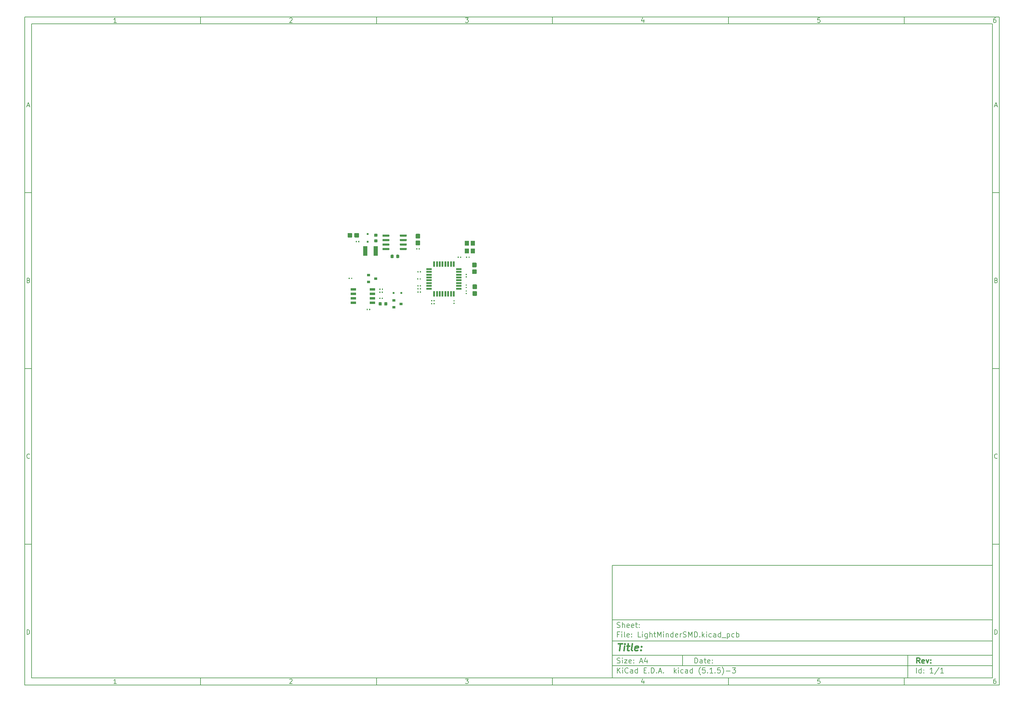
<source format=gbr>
G04 #@! TF.GenerationSoftware,KiCad,Pcbnew,(5.1.5)-3*
G04 #@! TF.CreationDate,2021-06-29T15:52:26+01:00*
G04 #@! TF.ProjectId,LightMinderSMD,4c696768-744d-4696-9e64-6572534d442e,rev?*
G04 #@! TF.SameCoordinates,Original*
G04 #@! TF.FileFunction,Paste,Top*
G04 #@! TF.FilePolarity,Positive*
%FSLAX46Y46*%
G04 Gerber Fmt 4.6, Leading zero omitted, Abs format (unit mm)*
G04 Created by KiCad (PCBNEW (5.1.5)-3) date 2021-06-29 15:52:26*
%MOMM*%
%LPD*%
G04 APERTURE LIST*
%ADD10C,0.100000*%
%ADD11C,0.150000*%
%ADD12C,0.300000*%
%ADD13C,0.400000*%
%ADD14R,1.525000X0.650000*%
%ADD15R,1.200000X1.400000*%
%ADD16R,0.900000X0.800000*%
%ADD17R,0.500000X0.500000*%
%ADD18R,1.180000X2.810000*%
%ADD19R,0.550000X1.600000*%
%ADD20R,1.600000X0.550000*%
G04 APERTURE END LIST*
D10*
D11*
X177002200Y-166007200D02*
X177002200Y-198007200D01*
X285002200Y-198007200D01*
X285002200Y-166007200D01*
X177002200Y-166007200D01*
D10*
D11*
X10000000Y-10000000D02*
X10000000Y-200007200D01*
X287002200Y-200007200D01*
X287002200Y-10000000D01*
X10000000Y-10000000D01*
D10*
D11*
X12000000Y-12000000D02*
X12000000Y-198007200D01*
X285002200Y-198007200D01*
X285002200Y-12000000D01*
X12000000Y-12000000D01*
D10*
D11*
X60000000Y-12000000D02*
X60000000Y-10000000D01*
D10*
D11*
X110000000Y-12000000D02*
X110000000Y-10000000D01*
D10*
D11*
X160000000Y-12000000D02*
X160000000Y-10000000D01*
D10*
D11*
X210000000Y-12000000D02*
X210000000Y-10000000D01*
D10*
D11*
X260000000Y-12000000D02*
X260000000Y-10000000D01*
D10*
D11*
X36065476Y-11588095D02*
X35322619Y-11588095D01*
X35694047Y-11588095D02*
X35694047Y-10288095D01*
X35570238Y-10473809D01*
X35446428Y-10597619D01*
X35322619Y-10659523D01*
D10*
D11*
X85322619Y-10411904D02*
X85384523Y-10350000D01*
X85508333Y-10288095D01*
X85817857Y-10288095D01*
X85941666Y-10350000D01*
X86003571Y-10411904D01*
X86065476Y-10535714D01*
X86065476Y-10659523D01*
X86003571Y-10845238D01*
X85260714Y-11588095D01*
X86065476Y-11588095D01*
D10*
D11*
X135260714Y-10288095D02*
X136065476Y-10288095D01*
X135632142Y-10783333D01*
X135817857Y-10783333D01*
X135941666Y-10845238D01*
X136003571Y-10907142D01*
X136065476Y-11030952D01*
X136065476Y-11340476D01*
X136003571Y-11464285D01*
X135941666Y-11526190D01*
X135817857Y-11588095D01*
X135446428Y-11588095D01*
X135322619Y-11526190D01*
X135260714Y-11464285D01*
D10*
D11*
X185941666Y-10721428D02*
X185941666Y-11588095D01*
X185632142Y-10226190D02*
X185322619Y-11154761D01*
X186127380Y-11154761D01*
D10*
D11*
X236003571Y-10288095D02*
X235384523Y-10288095D01*
X235322619Y-10907142D01*
X235384523Y-10845238D01*
X235508333Y-10783333D01*
X235817857Y-10783333D01*
X235941666Y-10845238D01*
X236003571Y-10907142D01*
X236065476Y-11030952D01*
X236065476Y-11340476D01*
X236003571Y-11464285D01*
X235941666Y-11526190D01*
X235817857Y-11588095D01*
X235508333Y-11588095D01*
X235384523Y-11526190D01*
X235322619Y-11464285D01*
D10*
D11*
X285941666Y-10288095D02*
X285694047Y-10288095D01*
X285570238Y-10350000D01*
X285508333Y-10411904D01*
X285384523Y-10597619D01*
X285322619Y-10845238D01*
X285322619Y-11340476D01*
X285384523Y-11464285D01*
X285446428Y-11526190D01*
X285570238Y-11588095D01*
X285817857Y-11588095D01*
X285941666Y-11526190D01*
X286003571Y-11464285D01*
X286065476Y-11340476D01*
X286065476Y-11030952D01*
X286003571Y-10907142D01*
X285941666Y-10845238D01*
X285817857Y-10783333D01*
X285570238Y-10783333D01*
X285446428Y-10845238D01*
X285384523Y-10907142D01*
X285322619Y-11030952D01*
D10*
D11*
X60000000Y-198007200D02*
X60000000Y-200007200D01*
D10*
D11*
X110000000Y-198007200D02*
X110000000Y-200007200D01*
D10*
D11*
X160000000Y-198007200D02*
X160000000Y-200007200D01*
D10*
D11*
X210000000Y-198007200D02*
X210000000Y-200007200D01*
D10*
D11*
X260000000Y-198007200D02*
X260000000Y-200007200D01*
D10*
D11*
X36065476Y-199595295D02*
X35322619Y-199595295D01*
X35694047Y-199595295D02*
X35694047Y-198295295D01*
X35570238Y-198481009D01*
X35446428Y-198604819D01*
X35322619Y-198666723D01*
D10*
D11*
X85322619Y-198419104D02*
X85384523Y-198357200D01*
X85508333Y-198295295D01*
X85817857Y-198295295D01*
X85941666Y-198357200D01*
X86003571Y-198419104D01*
X86065476Y-198542914D01*
X86065476Y-198666723D01*
X86003571Y-198852438D01*
X85260714Y-199595295D01*
X86065476Y-199595295D01*
D10*
D11*
X135260714Y-198295295D02*
X136065476Y-198295295D01*
X135632142Y-198790533D01*
X135817857Y-198790533D01*
X135941666Y-198852438D01*
X136003571Y-198914342D01*
X136065476Y-199038152D01*
X136065476Y-199347676D01*
X136003571Y-199471485D01*
X135941666Y-199533390D01*
X135817857Y-199595295D01*
X135446428Y-199595295D01*
X135322619Y-199533390D01*
X135260714Y-199471485D01*
D10*
D11*
X185941666Y-198728628D02*
X185941666Y-199595295D01*
X185632142Y-198233390D02*
X185322619Y-199161961D01*
X186127380Y-199161961D01*
D10*
D11*
X236003571Y-198295295D02*
X235384523Y-198295295D01*
X235322619Y-198914342D01*
X235384523Y-198852438D01*
X235508333Y-198790533D01*
X235817857Y-198790533D01*
X235941666Y-198852438D01*
X236003571Y-198914342D01*
X236065476Y-199038152D01*
X236065476Y-199347676D01*
X236003571Y-199471485D01*
X235941666Y-199533390D01*
X235817857Y-199595295D01*
X235508333Y-199595295D01*
X235384523Y-199533390D01*
X235322619Y-199471485D01*
D10*
D11*
X285941666Y-198295295D02*
X285694047Y-198295295D01*
X285570238Y-198357200D01*
X285508333Y-198419104D01*
X285384523Y-198604819D01*
X285322619Y-198852438D01*
X285322619Y-199347676D01*
X285384523Y-199471485D01*
X285446428Y-199533390D01*
X285570238Y-199595295D01*
X285817857Y-199595295D01*
X285941666Y-199533390D01*
X286003571Y-199471485D01*
X286065476Y-199347676D01*
X286065476Y-199038152D01*
X286003571Y-198914342D01*
X285941666Y-198852438D01*
X285817857Y-198790533D01*
X285570238Y-198790533D01*
X285446428Y-198852438D01*
X285384523Y-198914342D01*
X285322619Y-199038152D01*
D10*
D11*
X10000000Y-60000000D02*
X12000000Y-60000000D01*
D10*
D11*
X10000000Y-110000000D02*
X12000000Y-110000000D01*
D10*
D11*
X10000000Y-160000000D02*
X12000000Y-160000000D01*
D10*
D11*
X10690476Y-35216666D02*
X11309523Y-35216666D01*
X10566666Y-35588095D02*
X11000000Y-34288095D01*
X11433333Y-35588095D01*
D10*
D11*
X11092857Y-84907142D02*
X11278571Y-84969047D01*
X11340476Y-85030952D01*
X11402380Y-85154761D01*
X11402380Y-85340476D01*
X11340476Y-85464285D01*
X11278571Y-85526190D01*
X11154761Y-85588095D01*
X10659523Y-85588095D01*
X10659523Y-84288095D01*
X11092857Y-84288095D01*
X11216666Y-84350000D01*
X11278571Y-84411904D01*
X11340476Y-84535714D01*
X11340476Y-84659523D01*
X11278571Y-84783333D01*
X11216666Y-84845238D01*
X11092857Y-84907142D01*
X10659523Y-84907142D01*
D10*
D11*
X11402380Y-135464285D02*
X11340476Y-135526190D01*
X11154761Y-135588095D01*
X11030952Y-135588095D01*
X10845238Y-135526190D01*
X10721428Y-135402380D01*
X10659523Y-135278571D01*
X10597619Y-135030952D01*
X10597619Y-134845238D01*
X10659523Y-134597619D01*
X10721428Y-134473809D01*
X10845238Y-134350000D01*
X11030952Y-134288095D01*
X11154761Y-134288095D01*
X11340476Y-134350000D01*
X11402380Y-134411904D01*
D10*
D11*
X10659523Y-185588095D02*
X10659523Y-184288095D01*
X10969047Y-184288095D01*
X11154761Y-184350000D01*
X11278571Y-184473809D01*
X11340476Y-184597619D01*
X11402380Y-184845238D01*
X11402380Y-185030952D01*
X11340476Y-185278571D01*
X11278571Y-185402380D01*
X11154761Y-185526190D01*
X10969047Y-185588095D01*
X10659523Y-185588095D01*
D10*
D11*
X287002200Y-60000000D02*
X285002200Y-60000000D01*
D10*
D11*
X287002200Y-110000000D02*
X285002200Y-110000000D01*
D10*
D11*
X287002200Y-160000000D02*
X285002200Y-160000000D01*
D10*
D11*
X285692676Y-35216666D02*
X286311723Y-35216666D01*
X285568866Y-35588095D02*
X286002200Y-34288095D01*
X286435533Y-35588095D01*
D10*
D11*
X286095057Y-84907142D02*
X286280771Y-84969047D01*
X286342676Y-85030952D01*
X286404580Y-85154761D01*
X286404580Y-85340476D01*
X286342676Y-85464285D01*
X286280771Y-85526190D01*
X286156961Y-85588095D01*
X285661723Y-85588095D01*
X285661723Y-84288095D01*
X286095057Y-84288095D01*
X286218866Y-84350000D01*
X286280771Y-84411904D01*
X286342676Y-84535714D01*
X286342676Y-84659523D01*
X286280771Y-84783333D01*
X286218866Y-84845238D01*
X286095057Y-84907142D01*
X285661723Y-84907142D01*
D10*
D11*
X286404580Y-135464285D02*
X286342676Y-135526190D01*
X286156961Y-135588095D01*
X286033152Y-135588095D01*
X285847438Y-135526190D01*
X285723628Y-135402380D01*
X285661723Y-135278571D01*
X285599819Y-135030952D01*
X285599819Y-134845238D01*
X285661723Y-134597619D01*
X285723628Y-134473809D01*
X285847438Y-134350000D01*
X286033152Y-134288095D01*
X286156961Y-134288095D01*
X286342676Y-134350000D01*
X286404580Y-134411904D01*
D10*
D11*
X285661723Y-185588095D02*
X285661723Y-184288095D01*
X285971247Y-184288095D01*
X286156961Y-184350000D01*
X286280771Y-184473809D01*
X286342676Y-184597619D01*
X286404580Y-184845238D01*
X286404580Y-185030952D01*
X286342676Y-185278571D01*
X286280771Y-185402380D01*
X286156961Y-185526190D01*
X285971247Y-185588095D01*
X285661723Y-185588095D01*
D10*
D11*
X200434342Y-193785771D02*
X200434342Y-192285771D01*
X200791485Y-192285771D01*
X201005771Y-192357200D01*
X201148628Y-192500057D01*
X201220057Y-192642914D01*
X201291485Y-192928628D01*
X201291485Y-193142914D01*
X201220057Y-193428628D01*
X201148628Y-193571485D01*
X201005771Y-193714342D01*
X200791485Y-193785771D01*
X200434342Y-193785771D01*
X202577200Y-193785771D02*
X202577200Y-193000057D01*
X202505771Y-192857200D01*
X202362914Y-192785771D01*
X202077200Y-192785771D01*
X201934342Y-192857200D01*
X202577200Y-193714342D02*
X202434342Y-193785771D01*
X202077200Y-193785771D01*
X201934342Y-193714342D01*
X201862914Y-193571485D01*
X201862914Y-193428628D01*
X201934342Y-193285771D01*
X202077200Y-193214342D01*
X202434342Y-193214342D01*
X202577200Y-193142914D01*
X203077200Y-192785771D02*
X203648628Y-192785771D01*
X203291485Y-192285771D02*
X203291485Y-193571485D01*
X203362914Y-193714342D01*
X203505771Y-193785771D01*
X203648628Y-193785771D01*
X204720057Y-193714342D02*
X204577200Y-193785771D01*
X204291485Y-193785771D01*
X204148628Y-193714342D01*
X204077200Y-193571485D01*
X204077200Y-193000057D01*
X204148628Y-192857200D01*
X204291485Y-192785771D01*
X204577200Y-192785771D01*
X204720057Y-192857200D01*
X204791485Y-193000057D01*
X204791485Y-193142914D01*
X204077200Y-193285771D01*
X205434342Y-193642914D02*
X205505771Y-193714342D01*
X205434342Y-193785771D01*
X205362914Y-193714342D01*
X205434342Y-193642914D01*
X205434342Y-193785771D01*
X205434342Y-192857200D02*
X205505771Y-192928628D01*
X205434342Y-193000057D01*
X205362914Y-192928628D01*
X205434342Y-192857200D01*
X205434342Y-193000057D01*
D10*
D11*
X177002200Y-194507200D02*
X285002200Y-194507200D01*
D10*
D11*
X178434342Y-196585771D02*
X178434342Y-195085771D01*
X179291485Y-196585771D02*
X178648628Y-195728628D01*
X179291485Y-195085771D02*
X178434342Y-195942914D01*
X179934342Y-196585771D02*
X179934342Y-195585771D01*
X179934342Y-195085771D02*
X179862914Y-195157200D01*
X179934342Y-195228628D01*
X180005771Y-195157200D01*
X179934342Y-195085771D01*
X179934342Y-195228628D01*
X181505771Y-196442914D02*
X181434342Y-196514342D01*
X181220057Y-196585771D01*
X181077200Y-196585771D01*
X180862914Y-196514342D01*
X180720057Y-196371485D01*
X180648628Y-196228628D01*
X180577200Y-195942914D01*
X180577200Y-195728628D01*
X180648628Y-195442914D01*
X180720057Y-195300057D01*
X180862914Y-195157200D01*
X181077200Y-195085771D01*
X181220057Y-195085771D01*
X181434342Y-195157200D01*
X181505771Y-195228628D01*
X182791485Y-196585771D02*
X182791485Y-195800057D01*
X182720057Y-195657200D01*
X182577200Y-195585771D01*
X182291485Y-195585771D01*
X182148628Y-195657200D01*
X182791485Y-196514342D02*
X182648628Y-196585771D01*
X182291485Y-196585771D01*
X182148628Y-196514342D01*
X182077200Y-196371485D01*
X182077200Y-196228628D01*
X182148628Y-196085771D01*
X182291485Y-196014342D01*
X182648628Y-196014342D01*
X182791485Y-195942914D01*
X184148628Y-196585771D02*
X184148628Y-195085771D01*
X184148628Y-196514342D02*
X184005771Y-196585771D01*
X183720057Y-196585771D01*
X183577200Y-196514342D01*
X183505771Y-196442914D01*
X183434342Y-196300057D01*
X183434342Y-195871485D01*
X183505771Y-195728628D01*
X183577200Y-195657200D01*
X183720057Y-195585771D01*
X184005771Y-195585771D01*
X184148628Y-195657200D01*
X186005771Y-195800057D02*
X186505771Y-195800057D01*
X186720057Y-196585771D02*
X186005771Y-196585771D01*
X186005771Y-195085771D01*
X186720057Y-195085771D01*
X187362914Y-196442914D02*
X187434342Y-196514342D01*
X187362914Y-196585771D01*
X187291485Y-196514342D01*
X187362914Y-196442914D01*
X187362914Y-196585771D01*
X188077200Y-196585771D02*
X188077200Y-195085771D01*
X188434342Y-195085771D01*
X188648628Y-195157200D01*
X188791485Y-195300057D01*
X188862914Y-195442914D01*
X188934342Y-195728628D01*
X188934342Y-195942914D01*
X188862914Y-196228628D01*
X188791485Y-196371485D01*
X188648628Y-196514342D01*
X188434342Y-196585771D01*
X188077200Y-196585771D01*
X189577200Y-196442914D02*
X189648628Y-196514342D01*
X189577200Y-196585771D01*
X189505771Y-196514342D01*
X189577200Y-196442914D01*
X189577200Y-196585771D01*
X190220057Y-196157200D02*
X190934342Y-196157200D01*
X190077200Y-196585771D02*
X190577200Y-195085771D01*
X191077200Y-196585771D01*
X191577200Y-196442914D02*
X191648628Y-196514342D01*
X191577200Y-196585771D01*
X191505771Y-196514342D01*
X191577200Y-196442914D01*
X191577200Y-196585771D01*
X194577200Y-196585771D02*
X194577200Y-195085771D01*
X194720057Y-196014342D02*
X195148628Y-196585771D01*
X195148628Y-195585771D02*
X194577200Y-196157200D01*
X195791485Y-196585771D02*
X195791485Y-195585771D01*
X195791485Y-195085771D02*
X195720057Y-195157200D01*
X195791485Y-195228628D01*
X195862914Y-195157200D01*
X195791485Y-195085771D01*
X195791485Y-195228628D01*
X197148628Y-196514342D02*
X197005771Y-196585771D01*
X196720057Y-196585771D01*
X196577200Y-196514342D01*
X196505771Y-196442914D01*
X196434342Y-196300057D01*
X196434342Y-195871485D01*
X196505771Y-195728628D01*
X196577200Y-195657200D01*
X196720057Y-195585771D01*
X197005771Y-195585771D01*
X197148628Y-195657200D01*
X198434342Y-196585771D02*
X198434342Y-195800057D01*
X198362914Y-195657200D01*
X198220057Y-195585771D01*
X197934342Y-195585771D01*
X197791485Y-195657200D01*
X198434342Y-196514342D02*
X198291485Y-196585771D01*
X197934342Y-196585771D01*
X197791485Y-196514342D01*
X197720057Y-196371485D01*
X197720057Y-196228628D01*
X197791485Y-196085771D01*
X197934342Y-196014342D01*
X198291485Y-196014342D01*
X198434342Y-195942914D01*
X199791485Y-196585771D02*
X199791485Y-195085771D01*
X199791485Y-196514342D02*
X199648628Y-196585771D01*
X199362914Y-196585771D01*
X199220057Y-196514342D01*
X199148628Y-196442914D01*
X199077200Y-196300057D01*
X199077200Y-195871485D01*
X199148628Y-195728628D01*
X199220057Y-195657200D01*
X199362914Y-195585771D01*
X199648628Y-195585771D01*
X199791485Y-195657200D01*
X202077200Y-197157200D02*
X202005771Y-197085771D01*
X201862914Y-196871485D01*
X201791485Y-196728628D01*
X201720057Y-196514342D01*
X201648628Y-196157200D01*
X201648628Y-195871485D01*
X201720057Y-195514342D01*
X201791485Y-195300057D01*
X201862914Y-195157200D01*
X202005771Y-194942914D01*
X202077200Y-194871485D01*
X203362914Y-195085771D02*
X202648628Y-195085771D01*
X202577200Y-195800057D01*
X202648628Y-195728628D01*
X202791485Y-195657200D01*
X203148628Y-195657200D01*
X203291485Y-195728628D01*
X203362914Y-195800057D01*
X203434342Y-195942914D01*
X203434342Y-196300057D01*
X203362914Y-196442914D01*
X203291485Y-196514342D01*
X203148628Y-196585771D01*
X202791485Y-196585771D01*
X202648628Y-196514342D01*
X202577200Y-196442914D01*
X204077200Y-196442914D02*
X204148628Y-196514342D01*
X204077200Y-196585771D01*
X204005771Y-196514342D01*
X204077200Y-196442914D01*
X204077200Y-196585771D01*
X205577200Y-196585771D02*
X204720057Y-196585771D01*
X205148628Y-196585771D02*
X205148628Y-195085771D01*
X205005771Y-195300057D01*
X204862914Y-195442914D01*
X204720057Y-195514342D01*
X206220057Y-196442914D02*
X206291485Y-196514342D01*
X206220057Y-196585771D01*
X206148628Y-196514342D01*
X206220057Y-196442914D01*
X206220057Y-196585771D01*
X207648628Y-195085771D02*
X206934342Y-195085771D01*
X206862914Y-195800057D01*
X206934342Y-195728628D01*
X207077200Y-195657200D01*
X207434342Y-195657200D01*
X207577200Y-195728628D01*
X207648628Y-195800057D01*
X207720057Y-195942914D01*
X207720057Y-196300057D01*
X207648628Y-196442914D01*
X207577200Y-196514342D01*
X207434342Y-196585771D01*
X207077200Y-196585771D01*
X206934342Y-196514342D01*
X206862914Y-196442914D01*
X208220057Y-197157200D02*
X208291485Y-197085771D01*
X208434342Y-196871485D01*
X208505771Y-196728628D01*
X208577200Y-196514342D01*
X208648628Y-196157200D01*
X208648628Y-195871485D01*
X208577200Y-195514342D01*
X208505771Y-195300057D01*
X208434342Y-195157200D01*
X208291485Y-194942914D01*
X208220057Y-194871485D01*
X209362914Y-196014342D02*
X210505771Y-196014342D01*
X211077200Y-195085771D02*
X212005771Y-195085771D01*
X211505771Y-195657200D01*
X211720057Y-195657200D01*
X211862914Y-195728628D01*
X211934342Y-195800057D01*
X212005771Y-195942914D01*
X212005771Y-196300057D01*
X211934342Y-196442914D01*
X211862914Y-196514342D01*
X211720057Y-196585771D01*
X211291485Y-196585771D01*
X211148628Y-196514342D01*
X211077200Y-196442914D01*
D10*
D11*
X177002200Y-191507200D02*
X285002200Y-191507200D01*
D10*
D12*
X264411485Y-193785771D02*
X263911485Y-193071485D01*
X263554342Y-193785771D02*
X263554342Y-192285771D01*
X264125771Y-192285771D01*
X264268628Y-192357200D01*
X264340057Y-192428628D01*
X264411485Y-192571485D01*
X264411485Y-192785771D01*
X264340057Y-192928628D01*
X264268628Y-193000057D01*
X264125771Y-193071485D01*
X263554342Y-193071485D01*
X265625771Y-193714342D02*
X265482914Y-193785771D01*
X265197200Y-193785771D01*
X265054342Y-193714342D01*
X264982914Y-193571485D01*
X264982914Y-193000057D01*
X265054342Y-192857200D01*
X265197200Y-192785771D01*
X265482914Y-192785771D01*
X265625771Y-192857200D01*
X265697200Y-193000057D01*
X265697200Y-193142914D01*
X264982914Y-193285771D01*
X266197200Y-192785771D02*
X266554342Y-193785771D01*
X266911485Y-192785771D01*
X267482914Y-193642914D02*
X267554342Y-193714342D01*
X267482914Y-193785771D01*
X267411485Y-193714342D01*
X267482914Y-193642914D01*
X267482914Y-193785771D01*
X267482914Y-192857200D02*
X267554342Y-192928628D01*
X267482914Y-193000057D01*
X267411485Y-192928628D01*
X267482914Y-192857200D01*
X267482914Y-193000057D01*
D10*
D11*
X178362914Y-193714342D02*
X178577200Y-193785771D01*
X178934342Y-193785771D01*
X179077200Y-193714342D01*
X179148628Y-193642914D01*
X179220057Y-193500057D01*
X179220057Y-193357200D01*
X179148628Y-193214342D01*
X179077200Y-193142914D01*
X178934342Y-193071485D01*
X178648628Y-193000057D01*
X178505771Y-192928628D01*
X178434342Y-192857200D01*
X178362914Y-192714342D01*
X178362914Y-192571485D01*
X178434342Y-192428628D01*
X178505771Y-192357200D01*
X178648628Y-192285771D01*
X179005771Y-192285771D01*
X179220057Y-192357200D01*
X179862914Y-193785771D02*
X179862914Y-192785771D01*
X179862914Y-192285771D02*
X179791485Y-192357200D01*
X179862914Y-192428628D01*
X179934342Y-192357200D01*
X179862914Y-192285771D01*
X179862914Y-192428628D01*
X180434342Y-192785771D02*
X181220057Y-192785771D01*
X180434342Y-193785771D01*
X181220057Y-193785771D01*
X182362914Y-193714342D02*
X182220057Y-193785771D01*
X181934342Y-193785771D01*
X181791485Y-193714342D01*
X181720057Y-193571485D01*
X181720057Y-193000057D01*
X181791485Y-192857200D01*
X181934342Y-192785771D01*
X182220057Y-192785771D01*
X182362914Y-192857200D01*
X182434342Y-193000057D01*
X182434342Y-193142914D01*
X181720057Y-193285771D01*
X183077200Y-193642914D02*
X183148628Y-193714342D01*
X183077200Y-193785771D01*
X183005771Y-193714342D01*
X183077200Y-193642914D01*
X183077200Y-193785771D01*
X183077200Y-192857200D02*
X183148628Y-192928628D01*
X183077200Y-193000057D01*
X183005771Y-192928628D01*
X183077200Y-192857200D01*
X183077200Y-193000057D01*
X184862914Y-193357200D02*
X185577200Y-193357200D01*
X184720057Y-193785771D02*
X185220057Y-192285771D01*
X185720057Y-193785771D01*
X186862914Y-192785771D02*
X186862914Y-193785771D01*
X186505771Y-192214342D02*
X186148628Y-193285771D01*
X187077200Y-193285771D01*
D10*
D11*
X263434342Y-196585771D02*
X263434342Y-195085771D01*
X264791485Y-196585771D02*
X264791485Y-195085771D01*
X264791485Y-196514342D02*
X264648628Y-196585771D01*
X264362914Y-196585771D01*
X264220057Y-196514342D01*
X264148628Y-196442914D01*
X264077200Y-196300057D01*
X264077200Y-195871485D01*
X264148628Y-195728628D01*
X264220057Y-195657200D01*
X264362914Y-195585771D01*
X264648628Y-195585771D01*
X264791485Y-195657200D01*
X265505771Y-196442914D02*
X265577200Y-196514342D01*
X265505771Y-196585771D01*
X265434342Y-196514342D01*
X265505771Y-196442914D01*
X265505771Y-196585771D01*
X265505771Y-195657200D02*
X265577200Y-195728628D01*
X265505771Y-195800057D01*
X265434342Y-195728628D01*
X265505771Y-195657200D01*
X265505771Y-195800057D01*
X268148628Y-196585771D02*
X267291485Y-196585771D01*
X267720057Y-196585771D02*
X267720057Y-195085771D01*
X267577200Y-195300057D01*
X267434342Y-195442914D01*
X267291485Y-195514342D01*
X269862914Y-195014342D02*
X268577200Y-196942914D01*
X271148628Y-196585771D02*
X270291485Y-196585771D01*
X270720057Y-196585771D02*
X270720057Y-195085771D01*
X270577200Y-195300057D01*
X270434342Y-195442914D01*
X270291485Y-195514342D01*
D10*
D11*
X177002200Y-187507200D02*
X285002200Y-187507200D01*
D10*
D13*
X178714580Y-188211961D02*
X179857438Y-188211961D01*
X179036009Y-190211961D02*
X179286009Y-188211961D01*
X180274104Y-190211961D02*
X180440771Y-188878628D01*
X180524104Y-188211961D02*
X180416961Y-188307200D01*
X180500295Y-188402438D01*
X180607438Y-188307200D01*
X180524104Y-188211961D01*
X180500295Y-188402438D01*
X181107438Y-188878628D02*
X181869342Y-188878628D01*
X181476485Y-188211961D02*
X181262200Y-189926247D01*
X181333628Y-190116723D01*
X181512200Y-190211961D01*
X181702676Y-190211961D01*
X182655057Y-190211961D02*
X182476485Y-190116723D01*
X182405057Y-189926247D01*
X182619342Y-188211961D01*
X184190771Y-190116723D02*
X183988390Y-190211961D01*
X183607438Y-190211961D01*
X183428866Y-190116723D01*
X183357438Y-189926247D01*
X183452676Y-189164342D01*
X183571723Y-188973866D01*
X183774104Y-188878628D01*
X184155057Y-188878628D01*
X184333628Y-188973866D01*
X184405057Y-189164342D01*
X184381247Y-189354819D01*
X183405057Y-189545295D01*
X185155057Y-190021485D02*
X185238390Y-190116723D01*
X185131247Y-190211961D01*
X185047914Y-190116723D01*
X185155057Y-190021485D01*
X185131247Y-190211961D01*
X185286009Y-188973866D02*
X185369342Y-189069104D01*
X185262200Y-189164342D01*
X185178866Y-189069104D01*
X185286009Y-188973866D01*
X185262200Y-189164342D01*
D10*
D11*
X178934342Y-185600057D02*
X178434342Y-185600057D01*
X178434342Y-186385771D02*
X178434342Y-184885771D01*
X179148628Y-184885771D01*
X179720057Y-186385771D02*
X179720057Y-185385771D01*
X179720057Y-184885771D02*
X179648628Y-184957200D01*
X179720057Y-185028628D01*
X179791485Y-184957200D01*
X179720057Y-184885771D01*
X179720057Y-185028628D01*
X180648628Y-186385771D02*
X180505771Y-186314342D01*
X180434342Y-186171485D01*
X180434342Y-184885771D01*
X181791485Y-186314342D02*
X181648628Y-186385771D01*
X181362914Y-186385771D01*
X181220057Y-186314342D01*
X181148628Y-186171485D01*
X181148628Y-185600057D01*
X181220057Y-185457200D01*
X181362914Y-185385771D01*
X181648628Y-185385771D01*
X181791485Y-185457200D01*
X181862914Y-185600057D01*
X181862914Y-185742914D01*
X181148628Y-185885771D01*
X182505771Y-186242914D02*
X182577200Y-186314342D01*
X182505771Y-186385771D01*
X182434342Y-186314342D01*
X182505771Y-186242914D01*
X182505771Y-186385771D01*
X182505771Y-185457200D02*
X182577200Y-185528628D01*
X182505771Y-185600057D01*
X182434342Y-185528628D01*
X182505771Y-185457200D01*
X182505771Y-185600057D01*
X185077200Y-186385771D02*
X184362914Y-186385771D01*
X184362914Y-184885771D01*
X185577200Y-186385771D02*
X185577200Y-185385771D01*
X185577200Y-184885771D02*
X185505771Y-184957200D01*
X185577200Y-185028628D01*
X185648628Y-184957200D01*
X185577200Y-184885771D01*
X185577200Y-185028628D01*
X186934342Y-185385771D02*
X186934342Y-186600057D01*
X186862914Y-186742914D01*
X186791485Y-186814342D01*
X186648628Y-186885771D01*
X186434342Y-186885771D01*
X186291485Y-186814342D01*
X186934342Y-186314342D02*
X186791485Y-186385771D01*
X186505771Y-186385771D01*
X186362914Y-186314342D01*
X186291485Y-186242914D01*
X186220057Y-186100057D01*
X186220057Y-185671485D01*
X186291485Y-185528628D01*
X186362914Y-185457200D01*
X186505771Y-185385771D01*
X186791485Y-185385771D01*
X186934342Y-185457200D01*
X187648628Y-186385771D02*
X187648628Y-184885771D01*
X188291485Y-186385771D02*
X188291485Y-185600057D01*
X188220057Y-185457200D01*
X188077200Y-185385771D01*
X187862914Y-185385771D01*
X187720057Y-185457200D01*
X187648628Y-185528628D01*
X188791485Y-185385771D02*
X189362914Y-185385771D01*
X189005771Y-184885771D02*
X189005771Y-186171485D01*
X189077200Y-186314342D01*
X189220057Y-186385771D01*
X189362914Y-186385771D01*
X189862914Y-186385771D02*
X189862914Y-184885771D01*
X190362914Y-185957200D01*
X190862914Y-184885771D01*
X190862914Y-186385771D01*
X191577200Y-186385771D02*
X191577200Y-185385771D01*
X191577200Y-184885771D02*
X191505771Y-184957200D01*
X191577200Y-185028628D01*
X191648628Y-184957200D01*
X191577200Y-184885771D01*
X191577200Y-185028628D01*
X192291485Y-185385771D02*
X192291485Y-186385771D01*
X192291485Y-185528628D02*
X192362914Y-185457200D01*
X192505771Y-185385771D01*
X192720057Y-185385771D01*
X192862914Y-185457200D01*
X192934342Y-185600057D01*
X192934342Y-186385771D01*
X194291485Y-186385771D02*
X194291485Y-184885771D01*
X194291485Y-186314342D02*
X194148628Y-186385771D01*
X193862914Y-186385771D01*
X193720057Y-186314342D01*
X193648628Y-186242914D01*
X193577200Y-186100057D01*
X193577200Y-185671485D01*
X193648628Y-185528628D01*
X193720057Y-185457200D01*
X193862914Y-185385771D01*
X194148628Y-185385771D01*
X194291485Y-185457200D01*
X195577200Y-186314342D02*
X195434342Y-186385771D01*
X195148628Y-186385771D01*
X195005771Y-186314342D01*
X194934342Y-186171485D01*
X194934342Y-185600057D01*
X195005771Y-185457200D01*
X195148628Y-185385771D01*
X195434342Y-185385771D01*
X195577200Y-185457200D01*
X195648628Y-185600057D01*
X195648628Y-185742914D01*
X194934342Y-185885771D01*
X196291485Y-186385771D02*
X196291485Y-185385771D01*
X196291485Y-185671485D02*
X196362914Y-185528628D01*
X196434342Y-185457200D01*
X196577200Y-185385771D01*
X196720057Y-185385771D01*
X197148628Y-186314342D02*
X197362914Y-186385771D01*
X197720057Y-186385771D01*
X197862914Y-186314342D01*
X197934342Y-186242914D01*
X198005771Y-186100057D01*
X198005771Y-185957200D01*
X197934342Y-185814342D01*
X197862914Y-185742914D01*
X197720057Y-185671485D01*
X197434342Y-185600057D01*
X197291485Y-185528628D01*
X197220057Y-185457200D01*
X197148628Y-185314342D01*
X197148628Y-185171485D01*
X197220057Y-185028628D01*
X197291485Y-184957200D01*
X197434342Y-184885771D01*
X197791485Y-184885771D01*
X198005771Y-184957200D01*
X198648628Y-186385771D02*
X198648628Y-184885771D01*
X199148628Y-185957200D01*
X199648628Y-184885771D01*
X199648628Y-186385771D01*
X200362914Y-186385771D02*
X200362914Y-184885771D01*
X200720057Y-184885771D01*
X200934342Y-184957200D01*
X201077200Y-185100057D01*
X201148628Y-185242914D01*
X201220057Y-185528628D01*
X201220057Y-185742914D01*
X201148628Y-186028628D01*
X201077200Y-186171485D01*
X200934342Y-186314342D01*
X200720057Y-186385771D01*
X200362914Y-186385771D01*
X201862914Y-186242914D02*
X201934342Y-186314342D01*
X201862914Y-186385771D01*
X201791485Y-186314342D01*
X201862914Y-186242914D01*
X201862914Y-186385771D01*
X202577200Y-186385771D02*
X202577200Y-184885771D01*
X202720057Y-185814342D02*
X203148628Y-186385771D01*
X203148628Y-185385771D02*
X202577200Y-185957200D01*
X203791485Y-186385771D02*
X203791485Y-185385771D01*
X203791485Y-184885771D02*
X203720057Y-184957200D01*
X203791485Y-185028628D01*
X203862914Y-184957200D01*
X203791485Y-184885771D01*
X203791485Y-185028628D01*
X205148628Y-186314342D02*
X205005771Y-186385771D01*
X204720057Y-186385771D01*
X204577200Y-186314342D01*
X204505771Y-186242914D01*
X204434342Y-186100057D01*
X204434342Y-185671485D01*
X204505771Y-185528628D01*
X204577200Y-185457200D01*
X204720057Y-185385771D01*
X205005771Y-185385771D01*
X205148628Y-185457200D01*
X206434342Y-186385771D02*
X206434342Y-185600057D01*
X206362914Y-185457200D01*
X206220057Y-185385771D01*
X205934342Y-185385771D01*
X205791485Y-185457200D01*
X206434342Y-186314342D02*
X206291485Y-186385771D01*
X205934342Y-186385771D01*
X205791485Y-186314342D01*
X205720057Y-186171485D01*
X205720057Y-186028628D01*
X205791485Y-185885771D01*
X205934342Y-185814342D01*
X206291485Y-185814342D01*
X206434342Y-185742914D01*
X207791485Y-186385771D02*
X207791485Y-184885771D01*
X207791485Y-186314342D02*
X207648628Y-186385771D01*
X207362914Y-186385771D01*
X207220057Y-186314342D01*
X207148628Y-186242914D01*
X207077200Y-186100057D01*
X207077200Y-185671485D01*
X207148628Y-185528628D01*
X207220057Y-185457200D01*
X207362914Y-185385771D01*
X207648628Y-185385771D01*
X207791485Y-185457200D01*
X208148628Y-186528628D02*
X209291485Y-186528628D01*
X209648628Y-185385771D02*
X209648628Y-186885771D01*
X209648628Y-185457200D02*
X209791485Y-185385771D01*
X210077200Y-185385771D01*
X210220057Y-185457200D01*
X210291485Y-185528628D01*
X210362914Y-185671485D01*
X210362914Y-186100057D01*
X210291485Y-186242914D01*
X210220057Y-186314342D01*
X210077200Y-186385771D01*
X209791485Y-186385771D01*
X209648628Y-186314342D01*
X211648628Y-186314342D02*
X211505771Y-186385771D01*
X211220057Y-186385771D01*
X211077200Y-186314342D01*
X211005771Y-186242914D01*
X210934342Y-186100057D01*
X210934342Y-185671485D01*
X211005771Y-185528628D01*
X211077200Y-185457200D01*
X211220057Y-185385771D01*
X211505771Y-185385771D01*
X211648628Y-185457200D01*
X212291485Y-186385771D02*
X212291485Y-184885771D01*
X212291485Y-185457200D02*
X212434342Y-185385771D01*
X212720057Y-185385771D01*
X212862914Y-185457200D01*
X212934342Y-185528628D01*
X213005771Y-185671485D01*
X213005771Y-186100057D01*
X212934342Y-186242914D01*
X212862914Y-186314342D01*
X212720057Y-186385771D01*
X212434342Y-186385771D01*
X212291485Y-186314342D01*
D10*
D11*
X177002200Y-181507200D02*
X285002200Y-181507200D01*
D10*
D11*
X178362914Y-183614342D02*
X178577200Y-183685771D01*
X178934342Y-183685771D01*
X179077200Y-183614342D01*
X179148628Y-183542914D01*
X179220057Y-183400057D01*
X179220057Y-183257200D01*
X179148628Y-183114342D01*
X179077200Y-183042914D01*
X178934342Y-182971485D01*
X178648628Y-182900057D01*
X178505771Y-182828628D01*
X178434342Y-182757200D01*
X178362914Y-182614342D01*
X178362914Y-182471485D01*
X178434342Y-182328628D01*
X178505771Y-182257200D01*
X178648628Y-182185771D01*
X179005771Y-182185771D01*
X179220057Y-182257200D01*
X179862914Y-183685771D02*
X179862914Y-182185771D01*
X180505771Y-183685771D02*
X180505771Y-182900057D01*
X180434342Y-182757200D01*
X180291485Y-182685771D01*
X180077200Y-182685771D01*
X179934342Y-182757200D01*
X179862914Y-182828628D01*
X181791485Y-183614342D02*
X181648628Y-183685771D01*
X181362914Y-183685771D01*
X181220057Y-183614342D01*
X181148628Y-183471485D01*
X181148628Y-182900057D01*
X181220057Y-182757200D01*
X181362914Y-182685771D01*
X181648628Y-182685771D01*
X181791485Y-182757200D01*
X181862914Y-182900057D01*
X181862914Y-183042914D01*
X181148628Y-183185771D01*
X183077200Y-183614342D02*
X182934342Y-183685771D01*
X182648628Y-183685771D01*
X182505771Y-183614342D01*
X182434342Y-183471485D01*
X182434342Y-182900057D01*
X182505771Y-182757200D01*
X182648628Y-182685771D01*
X182934342Y-182685771D01*
X183077200Y-182757200D01*
X183148628Y-182900057D01*
X183148628Y-183042914D01*
X182434342Y-183185771D01*
X183577200Y-182685771D02*
X184148628Y-182685771D01*
X183791485Y-182185771D02*
X183791485Y-183471485D01*
X183862914Y-183614342D01*
X184005771Y-183685771D01*
X184148628Y-183685771D01*
X184648628Y-183542914D02*
X184720057Y-183614342D01*
X184648628Y-183685771D01*
X184577200Y-183614342D01*
X184648628Y-183542914D01*
X184648628Y-183685771D01*
X184648628Y-182757200D02*
X184720057Y-182828628D01*
X184648628Y-182900057D01*
X184577200Y-182828628D01*
X184648628Y-182757200D01*
X184648628Y-182900057D01*
D10*
D11*
X197002200Y-191507200D02*
X197002200Y-194507200D01*
D10*
D11*
X261002200Y-191507200D02*
X261002200Y-198007200D01*
D14*
X103388000Y-91305000D03*
X103388000Y-90035000D03*
X103388000Y-88765000D03*
X103388000Y-87495000D03*
X108812000Y-87495000D03*
X108812000Y-88765000D03*
X108812000Y-90035000D03*
X108812000Y-91305000D03*
D10*
G36*
X114665191Y-77626053D02*
G01*
X114686426Y-77629203D01*
X114707250Y-77634419D01*
X114727462Y-77641651D01*
X114746868Y-77650830D01*
X114765281Y-77661866D01*
X114782524Y-77674654D01*
X114798430Y-77689070D01*
X114812846Y-77704976D01*
X114825634Y-77722219D01*
X114836670Y-77740632D01*
X114845849Y-77760038D01*
X114853081Y-77780250D01*
X114858297Y-77801074D01*
X114861447Y-77822309D01*
X114862500Y-77843750D01*
X114862500Y-78356250D01*
X114861447Y-78377691D01*
X114858297Y-78398926D01*
X114853081Y-78419750D01*
X114845849Y-78439962D01*
X114836670Y-78459368D01*
X114825634Y-78477781D01*
X114812846Y-78495024D01*
X114798430Y-78510930D01*
X114782524Y-78525346D01*
X114765281Y-78538134D01*
X114746868Y-78549170D01*
X114727462Y-78558349D01*
X114707250Y-78565581D01*
X114686426Y-78570797D01*
X114665191Y-78573947D01*
X114643750Y-78575000D01*
X114206250Y-78575000D01*
X114184809Y-78573947D01*
X114163574Y-78570797D01*
X114142750Y-78565581D01*
X114122538Y-78558349D01*
X114103132Y-78549170D01*
X114084719Y-78538134D01*
X114067476Y-78525346D01*
X114051570Y-78510930D01*
X114037154Y-78495024D01*
X114024366Y-78477781D01*
X114013330Y-78459368D01*
X114004151Y-78439962D01*
X113996919Y-78419750D01*
X113991703Y-78398926D01*
X113988553Y-78377691D01*
X113987500Y-78356250D01*
X113987500Y-77843750D01*
X113988553Y-77822309D01*
X113991703Y-77801074D01*
X113996919Y-77780250D01*
X114004151Y-77760038D01*
X114013330Y-77740632D01*
X114024366Y-77722219D01*
X114037154Y-77704976D01*
X114051570Y-77689070D01*
X114067476Y-77674654D01*
X114084719Y-77661866D01*
X114103132Y-77650830D01*
X114122538Y-77641651D01*
X114142750Y-77634419D01*
X114163574Y-77629203D01*
X114184809Y-77626053D01*
X114206250Y-77625000D01*
X114643750Y-77625000D01*
X114665191Y-77626053D01*
G37*
G36*
X116240191Y-77626053D02*
G01*
X116261426Y-77629203D01*
X116282250Y-77634419D01*
X116302462Y-77641651D01*
X116321868Y-77650830D01*
X116340281Y-77661866D01*
X116357524Y-77674654D01*
X116373430Y-77689070D01*
X116387846Y-77704976D01*
X116400634Y-77722219D01*
X116411670Y-77740632D01*
X116420849Y-77760038D01*
X116428081Y-77780250D01*
X116433297Y-77801074D01*
X116436447Y-77822309D01*
X116437500Y-77843750D01*
X116437500Y-78356250D01*
X116436447Y-78377691D01*
X116433297Y-78398926D01*
X116428081Y-78419750D01*
X116420849Y-78439962D01*
X116411670Y-78459368D01*
X116400634Y-78477781D01*
X116387846Y-78495024D01*
X116373430Y-78510930D01*
X116357524Y-78525346D01*
X116340281Y-78538134D01*
X116321868Y-78549170D01*
X116302462Y-78558349D01*
X116282250Y-78565581D01*
X116261426Y-78570797D01*
X116240191Y-78573947D01*
X116218750Y-78575000D01*
X115781250Y-78575000D01*
X115759809Y-78573947D01*
X115738574Y-78570797D01*
X115717750Y-78565581D01*
X115697538Y-78558349D01*
X115678132Y-78549170D01*
X115659719Y-78538134D01*
X115642476Y-78525346D01*
X115626570Y-78510930D01*
X115612154Y-78495024D01*
X115599366Y-78477781D01*
X115588330Y-78459368D01*
X115579151Y-78439962D01*
X115571919Y-78419750D01*
X115566703Y-78398926D01*
X115563553Y-78377691D01*
X115562500Y-78356250D01*
X115562500Y-77843750D01*
X115563553Y-77822309D01*
X115566703Y-77801074D01*
X115571919Y-77780250D01*
X115579151Y-77760038D01*
X115588330Y-77740632D01*
X115599366Y-77722219D01*
X115612154Y-77704976D01*
X115626570Y-77689070D01*
X115642476Y-77674654D01*
X115659719Y-77661866D01*
X115678132Y-77650830D01*
X115697538Y-77641651D01*
X115717750Y-77634419D01*
X115738574Y-77629203D01*
X115759809Y-77626053D01*
X115781250Y-77625000D01*
X116218750Y-77625000D01*
X116240191Y-77626053D01*
G37*
G36*
X110077691Y-71663553D02*
G01*
X110098926Y-71666703D01*
X110119750Y-71671919D01*
X110139962Y-71679151D01*
X110159368Y-71688330D01*
X110177781Y-71699366D01*
X110195024Y-71712154D01*
X110210930Y-71726570D01*
X110225346Y-71742476D01*
X110238134Y-71759719D01*
X110249170Y-71778132D01*
X110258349Y-71797538D01*
X110265581Y-71817750D01*
X110270797Y-71838574D01*
X110273947Y-71859809D01*
X110275000Y-71881250D01*
X110275000Y-72318750D01*
X110273947Y-72340191D01*
X110270797Y-72361426D01*
X110265581Y-72382250D01*
X110258349Y-72402462D01*
X110249170Y-72421868D01*
X110238134Y-72440281D01*
X110225346Y-72457524D01*
X110210930Y-72473430D01*
X110195024Y-72487846D01*
X110177781Y-72500634D01*
X110159368Y-72511670D01*
X110139962Y-72520849D01*
X110119750Y-72528081D01*
X110098926Y-72533297D01*
X110077691Y-72536447D01*
X110056250Y-72537500D01*
X109543750Y-72537500D01*
X109522309Y-72536447D01*
X109501074Y-72533297D01*
X109480250Y-72528081D01*
X109460038Y-72520849D01*
X109440632Y-72511670D01*
X109422219Y-72500634D01*
X109404976Y-72487846D01*
X109389070Y-72473430D01*
X109374654Y-72457524D01*
X109361866Y-72440281D01*
X109350830Y-72421868D01*
X109341651Y-72402462D01*
X109334419Y-72382250D01*
X109329203Y-72361426D01*
X109326053Y-72340191D01*
X109325000Y-72318750D01*
X109325000Y-71881250D01*
X109326053Y-71859809D01*
X109329203Y-71838574D01*
X109334419Y-71817750D01*
X109341651Y-71797538D01*
X109350830Y-71778132D01*
X109361866Y-71759719D01*
X109374654Y-71742476D01*
X109389070Y-71726570D01*
X109404976Y-71712154D01*
X109422219Y-71699366D01*
X109440632Y-71688330D01*
X109460038Y-71679151D01*
X109480250Y-71671919D01*
X109501074Y-71666703D01*
X109522309Y-71663553D01*
X109543750Y-71662500D01*
X110056250Y-71662500D01*
X110077691Y-71663553D01*
G37*
G36*
X110077691Y-73238553D02*
G01*
X110098926Y-73241703D01*
X110119750Y-73246919D01*
X110139962Y-73254151D01*
X110159368Y-73263330D01*
X110177781Y-73274366D01*
X110195024Y-73287154D01*
X110210930Y-73301570D01*
X110225346Y-73317476D01*
X110238134Y-73334719D01*
X110249170Y-73353132D01*
X110258349Y-73372538D01*
X110265581Y-73392750D01*
X110270797Y-73413574D01*
X110273947Y-73434809D01*
X110275000Y-73456250D01*
X110275000Y-73893750D01*
X110273947Y-73915191D01*
X110270797Y-73936426D01*
X110265581Y-73957250D01*
X110258349Y-73977462D01*
X110249170Y-73996868D01*
X110238134Y-74015281D01*
X110225346Y-74032524D01*
X110210930Y-74048430D01*
X110195024Y-74062846D01*
X110177781Y-74075634D01*
X110159368Y-74086670D01*
X110139962Y-74095849D01*
X110119750Y-74103081D01*
X110098926Y-74108297D01*
X110077691Y-74111447D01*
X110056250Y-74112500D01*
X109543750Y-74112500D01*
X109522309Y-74111447D01*
X109501074Y-74108297D01*
X109480250Y-74103081D01*
X109460038Y-74095849D01*
X109440632Y-74086670D01*
X109422219Y-74075634D01*
X109404976Y-74062846D01*
X109389070Y-74048430D01*
X109374654Y-74032524D01*
X109361866Y-74015281D01*
X109350830Y-73996868D01*
X109341651Y-73977462D01*
X109334419Y-73957250D01*
X109329203Y-73936426D01*
X109326053Y-73915191D01*
X109325000Y-73893750D01*
X109325000Y-73456250D01*
X109326053Y-73434809D01*
X109329203Y-73413574D01*
X109334419Y-73392750D01*
X109341651Y-73372538D01*
X109350830Y-73353132D01*
X109361866Y-73334719D01*
X109374654Y-73317476D01*
X109389070Y-73301570D01*
X109404976Y-73287154D01*
X109422219Y-73274366D01*
X109440632Y-73263330D01*
X109460038Y-73254151D01*
X109480250Y-73246919D01*
X109501074Y-73241703D01*
X109522309Y-73238553D01*
X109543750Y-73237500D01*
X110056250Y-73237500D01*
X110077691Y-73238553D01*
G37*
D15*
X137400000Y-74350000D03*
X137400000Y-76550000D03*
X135700000Y-76550000D03*
X135700000Y-74350000D03*
D10*
G36*
X136382292Y-78170383D02*
G01*
X136390010Y-78171528D01*
X136397578Y-78173423D01*
X136404923Y-78176052D01*
X136411976Y-78179387D01*
X136418668Y-78183398D01*
X136424934Y-78188046D01*
X136430715Y-78193285D01*
X136435954Y-78199066D01*
X136440602Y-78205332D01*
X136444613Y-78212024D01*
X136447948Y-78219077D01*
X136450577Y-78226422D01*
X136452472Y-78233990D01*
X136453617Y-78241708D01*
X136454000Y-78249500D01*
X136454000Y-78450500D01*
X136453617Y-78458292D01*
X136452472Y-78466010D01*
X136450577Y-78473578D01*
X136447948Y-78480923D01*
X136444613Y-78487976D01*
X136440602Y-78494668D01*
X136435954Y-78500934D01*
X136430715Y-78506715D01*
X136424934Y-78511954D01*
X136418668Y-78516602D01*
X136411976Y-78520613D01*
X136404923Y-78523948D01*
X136397578Y-78526577D01*
X136390010Y-78528472D01*
X136382292Y-78529617D01*
X136374500Y-78530000D01*
X136215500Y-78530000D01*
X136207708Y-78529617D01*
X136199990Y-78528472D01*
X136192422Y-78526577D01*
X136185077Y-78523948D01*
X136178024Y-78520613D01*
X136171332Y-78516602D01*
X136165066Y-78511954D01*
X136159285Y-78506715D01*
X136154046Y-78500934D01*
X136149398Y-78494668D01*
X136145387Y-78487976D01*
X136142052Y-78480923D01*
X136139423Y-78473578D01*
X136137528Y-78466010D01*
X136136383Y-78458292D01*
X136136000Y-78450500D01*
X136136000Y-78249500D01*
X136136383Y-78241708D01*
X136137528Y-78233990D01*
X136139423Y-78226422D01*
X136142052Y-78219077D01*
X136145387Y-78212024D01*
X136149398Y-78205332D01*
X136154046Y-78199066D01*
X136159285Y-78193285D01*
X136165066Y-78188046D01*
X136171332Y-78183398D01*
X136178024Y-78179387D01*
X136185077Y-78176052D01*
X136192422Y-78173423D01*
X136199990Y-78171528D01*
X136207708Y-78170383D01*
X136215500Y-78170000D01*
X136374500Y-78170000D01*
X136382292Y-78170383D01*
G37*
G36*
X135692292Y-78170383D02*
G01*
X135700010Y-78171528D01*
X135707578Y-78173423D01*
X135714923Y-78176052D01*
X135721976Y-78179387D01*
X135728668Y-78183398D01*
X135734934Y-78188046D01*
X135740715Y-78193285D01*
X135745954Y-78199066D01*
X135750602Y-78205332D01*
X135754613Y-78212024D01*
X135757948Y-78219077D01*
X135760577Y-78226422D01*
X135762472Y-78233990D01*
X135763617Y-78241708D01*
X135764000Y-78249500D01*
X135764000Y-78450500D01*
X135763617Y-78458292D01*
X135762472Y-78466010D01*
X135760577Y-78473578D01*
X135757948Y-78480923D01*
X135754613Y-78487976D01*
X135750602Y-78494668D01*
X135745954Y-78500934D01*
X135740715Y-78506715D01*
X135734934Y-78511954D01*
X135728668Y-78516602D01*
X135721976Y-78520613D01*
X135714923Y-78523948D01*
X135707578Y-78526577D01*
X135700010Y-78528472D01*
X135692292Y-78529617D01*
X135684500Y-78530000D01*
X135525500Y-78530000D01*
X135517708Y-78529617D01*
X135509990Y-78528472D01*
X135502422Y-78526577D01*
X135495077Y-78523948D01*
X135488024Y-78520613D01*
X135481332Y-78516602D01*
X135475066Y-78511954D01*
X135469285Y-78506715D01*
X135464046Y-78500934D01*
X135459398Y-78494668D01*
X135455387Y-78487976D01*
X135452052Y-78480923D01*
X135449423Y-78473578D01*
X135447528Y-78466010D01*
X135446383Y-78458292D01*
X135446000Y-78450500D01*
X135446000Y-78249500D01*
X135446383Y-78241708D01*
X135447528Y-78233990D01*
X135449423Y-78226422D01*
X135452052Y-78219077D01*
X135455387Y-78212024D01*
X135459398Y-78205332D01*
X135464046Y-78199066D01*
X135469285Y-78193285D01*
X135475066Y-78188046D01*
X135481332Y-78183398D01*
X135488024Y-78179387D01*
X135495077Y-78176052D01*
X135502422Y-78173423D01*
X135509990Y-78171528D01*
X135517708Y-78170383D01*
X135525500Y-78170000D01*
X135684500Y-78170000D01*
X135692292Y-78170383D01*
G37*
G36*
X133312292Y-78170383D02*
G01*
X133320010Y-78171528D01*
X133327578Y-78173423D01*
X133334923Y-78176052D01*
X133341976Y-78179387D01*
X133348668Y-78183398D01*
X133354934Y-78188046D01*
X133360715Y-78193285D01*
X133365954Y-78199066D01*
X133370602Y-78205332D01*
X133374613Y-78212024D01*
X133377948Y-78219077D01*
X133380577Y-78226422D01*
X133382472Y-78233990D01*
X133383617Y-78241708D01*
X133384000Y-78249500D01*
X133384000Y-78450500D01*
X133383617Y-78458292D01*
X133382472Y-78466010D01*
X133380577Y-78473578D01*
X133377948Y-78480923D01*
X133374613Y-78487976D01*
X133370602Y-78494668D01*
X133365954Y-78500934D01*
X133360715Y-78506715D01*
X133354934Y-78511954D01*
X133348668Y-78516602D01*
X133341976Y-78520613D01*
X133334923Y-78523948D01*
X133327578Y-78526577D01*
X133320010Y-78528472D01*
X133312292Y-78529617D01*
X133304500Y-78530000D01*
X133145500Y-78530000D01*
X133137708Y-78529617D01*
X133129990Y-78528472D01*
X133122422Y-78526577D01*
X133115077Y-78523948D01*
X133108024Y-78520613D01*
X133101332Y-78516602D01*
X133095066Y-78511954D01*
X133089285Y-78506715D01*
X133084046Y-78500934D01*
X133079398Y-78494668D01*
X133075387Y-78487976D01*
X133072052Y-78480923D01*
X133069423Y-78473578D01*
X133067528Y-78466010D01*
X133066383Y-78458292D01*
X133066000Y-78450500D01*
X133066000Y-78249500D01*
X133066383Y-78241708D01*
X133067528Y-78233990D01*
X133069423Y-78226422D01*
X133072052Y-78219077D01*
X133075387Y-78212024D01*
X133079398Y-78205332D01*
X133084046Y-78199066D01*
X133089285Y-78193285D01*
X133095066Y-78188046D01*
X133101332Y-78183398D01*
X133108024Y-78179387D01*
X133115077Y-78176052D01*
X133122422Y-78173423D01*
X133129990Y-78171528D01*
X133137708Y-78170383D01*
X133145500Y-78170000D01*
X133304500Y-78170000D01*
X133312292Y-78170383D01*
G37*
G36*
X134002292Y-78170383D02*
G01*
X134010010Y-78171528D01*
X134017578Y-78173423D01*
X134024923Y-78176052D01*
X134031976Y-78179387D01*
X134038668Y-78183398D01*
X134044934Y-78188046D01*
X134050715Y-78193285D01*
X134055954Y-78199066D01*
X134060602Y-78205332D01*
X134064613Y-78212024D01*
X134067948Y-78219077D01*
X134070577Y-78226422D01*
X134072472Y-78233990D01*
X134073617Y-78241708D01*
X134074000Y-78249500D01*
X134074000Y-78450500D01*
X134073617Y-78458292D01*
X134072472Y-78466010D01*
X134070577Y-78473578D01*
X134067948Y-78480923D01*
X134064613Y-78487976D01*
X134060602Y-78494668D01*
X134055954Y-78500934D01*
X134050715Y-78506715D01*
X134044934Y-78511954D01*
X134038668Y-78516602D01*
X134031976Y-78520613D01*
X134024923Y-78523948D01*
X134017578Y-78526577D01*
X134010010Y-78528472D01*
X134002292Y-78529617D01*
X133994500Y-78530000D01*
X133835500Y-78530000D01*
X133827708Y-78529617D01*
X133819990Y-78528472D01*
X133812422Y-78526577D01*
X133805077Y-78523948D01*
X133798024Y-78520613D01*
X133791332Y-78516602D01*
X133785066Y-78511954D01*
X133779285Y-78506715D01*
X133774046Y-78500934D01*
X133769398Y-78494668D01*
X133765387Y-78487976D01*
X133762052Y-78480923D01*
X133759423Y-78473578D01*
X133757528Y-78466010D01*
X133756383Y-78458292D01*
X133756000Y-78450500D01*
X133756000Y-78249500D01*
X133756383Y-78241708D01*
X133757528Y-78233990D01*
X133759423Y-78226422D01*
X133762052Y-78219077D01*
X133765387Y-78212024D01*
X133769398Y-78205332D01*
X133774046Y-78199066D01*
X133779285Y-78193285D01*
X133785066Y-78188046D01*
X133791332Y-78183398D01*
X133798024Y-78179387D01*
X133805077Y-78176052D01*
X133812422Y-78173423D01*
X133819990Y-78171528D01*
X133827708Y-78170383D01*
X133835500Y-78170000D01*
X133994500Y-78170000D01*
X134002292Y-78170383D01*
G37*
G36*
X121812292Y-84320383D02*
G01*
X121820010Y-84321528D01*
X121827578Y-84323423D01*
X121834923Y-84326052D01*
X121841976Y-84329387D01*
X121848668Y-84333398D01*
X121854934Y-84338046D01*
X121860715Y-84343285D01*
X121865954Y-84349066D01*
X121870602Y-84355332D01*
X121874613Y-84362024D01*
X121877948Y-84369077D01*
X121880577Y-84376422D01*
X121882472Y-84383990D01*
X121883617Y-84391708D01*
X121884000Y-84399500D01*
X121884000Y-84600500D01*
X121883617Y-84608292D01*
X121882472Y-84616010D01*
X121880577Y-84623578D01*
X121877948Y-84630923D01*
X121874613Y-84637976D01*
X121870602Y-84644668D01*
X121865954Y-84650934D01*
X121860715Y-84656715D01*
X121854934Y-84661954D01*
X121848668Y-84666602D01*
X121841976Y-84670613D01*
X121834923Y-84673948D01*
X121827578Y-84676577D01*
X121820010Y-84678472D01*
X121812292Y-84679617D01*
X121804500Y-84680000D01*
X121645500Y-84680000D01*
X121637708Y-84679617D01*
X121629990Y-84678472D01*
X121622422Y-84676577D01*
X121615077Y-84673948D01*
X121608024Y-84670613D01*
X121601332Y-84666602D01*
X121595066Y-84661954D01*
X121589285Y-84656715D01*
X121584046Y-84650934D01*
X121579398Y-84644668D01*
X121575387Y-84637976D01*
X121572052Y-84630923D01*
X121569423Y-84623578D01*
X121567528Y-84616010D01*
X121566383Y-84608292D01*
X121566000Y-84600500D01*
X121566000Y-84399500D01*
X121566383Y-84391708D01*
X121567528Y-84383990D01*
X121569423Y-84376422D01*
X121572052Y-84369077D01*
X121575387Y-84362024D01*
X121579398Y-84355332D01*
X121584046Y-84349066D01*
X121589285Y-84343285D01*
X121595066Y-84338046D01*
X121601332Y-84333398D01*
X121608024Y-84329387D01*
X121615077Y-84326052D01*
X121622422Y-84323423D01*
X121629990Y-84321528D01*
X121637708Y-84320383D01*
X121645500Y-84320000D01*
X121804500Y-84320000D01*
X121812292Y-84320383D01*
G37*
G36*
X122502292Y-84320383D02*
G01*
X122510010Y-84321528D01*
X122517578Y-84323423D01*
X122524923Y-84326052D01*
X122531976Y-84329387D01*
X122538668Y-84333398D01*
X122544934Y-84338046D01*
X122550715Y-84343285D01*
X122555954Y-84349066D01*
X122560602Y-84355332D01*
X122564613Y-84362024D01*
X122567948Y-84369077D01*
X122570577Y-84376422D01*
X122572472Y-84383990D01*
X122573617Y-84391708D01*
X122574000Y-84399500D01*
X122574000Y-84600500D01*
X122573617Y-84608292D01*
X122572472Y-84616010D01*
X122570577Y-84623578D01*
X122567948Y-84630923D01*
X122564613Y-84637976D01*
X122560602Y-84644668D01*
X122555954Y-84650934D01*
X122550715Y-84656715D01*
X122544934Y-84661954D01*
X122538668Y-84666602D01*
X122531976Y-84670613D01*
X122524923Y-84673948D01*
X122517578Y-84676577D01*
X122510010Y-84678472D01*
X122502292Y-84679617D01*
X122494500Y-84680000D01*
X122335500Y-84680000D01*
X122327708Y-84679617D01*
X122319990Y-84678472D01*
X122312422Y-84676577D01*
X122305077Y-84673948D01*
X122298024Y-84670613D01*
X122291332Y-84666602D01*
X122285066Y-84661954D01*
X122279285Y-84656715D01*
X122274046Y-84650934D01*
X122269398Y-84644668D01*
X122265387Y-84637976D01*
X122262052Y-84630923D01*
X122259423Y-84623578D01*
X122257528Y-84616010D01*
X122256383Y-84608292D01*
X122256000Y-84600500D01*
X122256000Y-84399500D01*
X122256383Y-84391708D01*
X122257528Y-84383990D01*
X122259423Y-84376422D01*
X122262052Y-84369077D01*
X122265387Y-84362024D01*
X122269398Y-84355332D01*
X122274046Y-84349066D01*
X122279285Y-84343285D01*
X122285066Y-84338046D01*
X122291332Y-84333398D01*
X122298024Y-84329387D01*
X122305077Y-84326052D01*
X122312422Y-84323423D01*
X122319990Y-84321528D01*
X122327708Y-84320383D01*
X122335500Y-84320000D01*
X122494500Y-84320000D01*
X122502292Y-84320383D01*
G37*
G36*
X135608292Y-88486383D02*
G01*
X135616010Y-88487528D01*
X135623578Y-88489423D01*
X135630923Y-88492052D01*
X135637976Y-88495387D01*
X135644668Y-88499398D01*
X135650934Y-88504046D01*
X135656715Y-88509285D01*
X135661954Y-88515066D01*
X135666602Y-88521332D01*
X135670613Y-88528024D01*
X135673948Y-88535077D01*
X135676577Y-88542422D01*
X135678472Y-88549990D01*
X135679617Y-88557708D01*
X135680000Y-88565500D01*
X135680000Y-88724500D01*
X135679617Y-88732292D01*
X135678472Y-88740010D01*
X135676577Y-88747578D01*
X135673948Y-88754923D01*
X135670613Y-88761976D01*
X135666602Y-88768668D01*
X135661954Y-88774934D01*
X135656715Y-88780715D01*
X135650934Y-88785954D01*
X135644668Y-88790602D01*
X135637976Y-88794613D01*
X135630923Y-88797948D01*
X135623578Y-88800577D01*
X135616010Y-88802472D01*
X135608292Y-88803617D01*
X135600500Y-88804000D01*
X135399500Y-88804000D01*
X135391708Y-88803617D01*
X135383990Y-88802472D01*
X135376422Y-88800577D01*
X135369077Y-88797948D01*
X135362024Y-88794613D01*
X135355332Y-88790602D01*
X135349066Y-88785954D01*
X135343285Y-88780715D01*
X135338046Y-88774934D01*
X135333398Y-88768668D01*
X135329387Y-88761976D01*
X135326052Y-88754923D01*
X135323423Y-88747578D01*
X135321528Y-88740010D01*
X135320383Y-88732292D01*
X135320000Y-88724500D01*
X135320000Y-88565500D01*
X135320383Y-88557708D01*
X135321528Y-88549990D01*
X135323423Y-88542422D01*
X135326052Y-88535077D01*
X135329387Y-88528024D01*
X135333398Y-88521332D01*
X135338046Y-88515066D01*
X135343285Y-88509285D01*
X135349066Y-88504046D01*
X135355332Y-88499398D01*
X135362024Y-88495387D01*
X135369077Y-88492052D01*
X135376422Y-88489423D01*
X135383990Y-88487528D01*
X135391708Y-88486383D01*
X135399500Y-88486000D01*
X135600500Y-88486000D01*
X135608292Y-88486383D01*
G37*
G36*
X135608292Y-87796383D02*
G01*
X135616010Y-87797528D01*
X135623578Y-87799423D01*
X135630923Y-87802052D01*
X135637976Y-87805387D01*
X135644668Y-87809398D01*
X135650934Y-87814046D01*
X135656715Y-87819285D01*
X135661954Y-87825066D01*
X135666602Y-87831332D01*
X135670613Y-87838024D01*
X135673948Y-87845077D01*
X135676577Y-87852422D01*
X135678472Y-87859990D01*
X135679617Y-87867708D01*
X135680000Y-87875500D01*
X135680000Y-88034500D01*
X135679617Y-88042292D01*
X135678472Y-88050010D01*
X135676577Y-88057578D01*
X135673948Y-88064923D01*
X135670613Y-88071976D01*
X135666602Y-88078668D01*
X135661954Y-88084934D01*
X135656715Y-88090715D01*
X135650934Y-88095954D01*
X135644668Y-88100602D01*
X135637976Y-88104613D01*
X135630923Y-88107948D01*
X135623578Y-88110577D01*
X135616010Y-88112472D01*
X135608292Y-88113617D01*
X135600500Y-88114000D01*
X135399500Y-88114000D01*
X135391708Y-88113617D01*
X135383990Y-88112472D01*
X135376422Y-88110577D01*
X135369077Y-88107948D01*
X135362024Y-88104613D01*
X135355332Y-88100602D01*
X135349066Y-88095954D01*
X135343285Y-88090715D01*
X135338046Y-88084934D01*
X135333398Y-88078668D01*
X135329387Y-88071976D01*
X135326052Y-88064923D01*
X135323423Y-88057578D01*
X135321528Y-88050010D01*
X135320383Y-88042292D01*
X135320000Y-88034500D01*
X135320000Y-87875500D01*
X135320383Y-87867708D01*
X135321528Y-87859990D01*
X135323423Y-87852422D01*
X135326052Y-87845077D01*
X135329387Y-87838024D01*
X135333398Y-87831332D01*
X135338046Y-87825066D01*
X135343285Y-87819285D01*
X135349066Y-87814046D01*
X135355332Y-87809398D01*
X135362024Y-87805387D01*
X135369077Y-87802052D01*
X135376422Y-87799423D01*
X135383990Y-87797528D01*
X135391708Y-87796383D01*
X135399500Y-87796000D01*
X135600500Y-87796000D01*
X135608292Y-87796383D01*
G37*
G36*
X135608292Y-86096383D02*
G01*
X135616010Y-86097528D01*
X135623578Y-86099423D01*
X135630923Y-86102052D01*
X135637976Y-86105387D01*
X135644668Y-86109398D01*
X135650934Y-86114046D01*
X135656715Y-86119285D01*
X135661954Y-86125066D01*
X135666602Y-86131332D01*
X135670613Y-86138024D01*
X135673948Y-86145077D01*
X135676577Y-86152422D01*
X135678472Y-86159990D01*
X135679617Y-86167708D01*
X135680000Y-86175500D01*
X135680000Y-86334500D01*
X135679617Y-86342292D01*
X135678472Y-86350010D01*
X135676577Y-86357578D01*
X135673948Y-86364923D01*
X135670613Y-86371976D01*
X135666602Y-86378668D01*
X135661954Y-86384934D01*
X135656715Y-86390715D01*
X135650934Y-86395954D01*
X135644668Y-86400602D01*
X135637976Y-86404613D01*
X135630923Y-86407948D01*
X135623578Y-86410577D01*
X135616010Y-86412472D01*
X135608292Y-86413617D01*
X135600500Y-86414000D01*
X135399500Y-86414000D01*
X135391708Y-86413617D01*
X135383990Y-86412472D01*
X135376422Y-86410577D01*
X135369077Y-86407948D01*
X135362024Y-86404613D01*
X135355332Y-86400602D01*
X135349066Y-86395954D01*
X135343285Y-86390715D01*
X135338046Y-86384934D01*
X135333398Y-86378668D01*
X135329387Y-86371976D01*
X135326052Y-86364923D01*
X135323423Y-86357578D01*
X135321528Y-86350010D01*
X135320383Y-86342292D01*
X135320000Y-86334500D01*
X135320000Y-86175500D01*
X135320383Y-86167708D01*
X135321528Y-86159990D01*
X135323423Y-86152422D01*
X135326052Y-86145077D01*
X135329387Y-86138024D01*
X135333398Y-86131332D01*
X135338046Y-86125066D01*
X135343285Y-86119285D01*
X135349066Y-86114046D01*
X135355332Y-86109398D01*
X135362024Y-86105387D01*
X135369077Y-86102052D01*
X135376422Y-86099423D01*
X135383990Y-86097528D01*
X135391708Y-86096383D01*
X135399500Y-86096000D01*
X135600500Y-86096000D01*
X135608292Y-86096383D01*
G37*
G36*
X135608292Y-86786383D02*
G01*
X135616010Y-86787528D01*
X135623578Y-86789423D01*
X135630923Y-86792052D01*
X135637976Y-86795387D01*
X135644668Y-86799398D01*
X135650934Y-86804046D01*
X135656715Y-86809285D01*
X135661954Y-86815066D01*
X135666602Y-86821332D01*
X135670613Y-86828024D01*
X135673948Y-86835077D01*
X135676577Y-86842422D01*
X135678472Y-86849990D01*
X135679617Y-86857708D01*
X135680000Y-86865500D01*
X135680000Y-87024500D01*
X135679617Y-87032292D01*
X135678472Y-87040010D01*
X135676577Y-87047578D01*
X135673948Y-87054923D01*
X135670613Y-87061976D01*
X135666602Y-87068668D01*
X135661954Y-87074934D01*
X135656715Y-87080715D01*
X135650934Y-87085954D01*
X135644668Y-87090602D01*
X135637976Y-87094613D01*
X135630923Y-87097948D01*
X135623578Y-87100577D01*
X135616010Y-87102472D01*
X135608292Y-87103617D01*
X135600500Y-87104000D01*
X135399500Y-87104000D01*
X135391708Y-87103617D01*
X135383990Y-87102472D01*
X135376422Y-87100577D01*
X135369077Y-87097948D01*
X135362024Y-87094613D01*
X135355332Y-87090602D01*
X135349066Y-87085954D01*
X135343285Y-87080715D01*
X135338046Y-87074934D01*
X135333398Y-87068668D01*
X135329387Y-87061976D01*
X135326052Y-87054923D01*
X135323423Y-87047578D01*
X135321528Y-87040010D01*
X135320383Y-87032292D01*
X135320000Y-87024500D01*
X135320000Y-86865500D01*
X135320383Y-86857708D01*
X135321528Y-86849990D01*
X135323423Y-86842422D01*
X135326052Y-86835077D01*
X135329387Y-86828024D01*
X135333398Y-86821332D01*
X135338046Y-86815066D01*
X135343285Y-86809285D01*
X135349066Y-86804046D01*
X135355332Y-86799398D01*
X135362024Y-86795387D01*
X135369077Y-86792052D01*
X135376422Y-86789423D01*
X135383990Y-86787528D01*
X135391708Y-86786383D01*
X135399500Y-86786000D01*
X135600500Y-86786000D01*
X135608292Y-86786383D01*
G37*
G36*
X138324504Y-88001204D02*
G01*
X138348773Y-88004804D01*
X138372571Y-88010765D01*
X138395671Y-88019030D01*
X138417849Y-88029520D01*
X138438893Y-88042133D01*
X138458598Y-88056747D01*
X138476777Y-88073223D01*
X138493253Y-88091402D01*
X138507867Y-88111107D01*
X138520480Y-88132151D01*
X138530970Y-88154329D01*
X138539235Y-88177429D01*
X138545196Y-88201227D01*
X138548796Y-88225496D01*
X138550000Y-88250000D01*
X138550000Y-89075000D01*
X138548796Y-89099504D01*
X138545196Y-89123773D01*
X138539235Y-89147571D01*
X138530970Y-89170671D01*
X138520480Y-89192849D01*
X138507867Y-89213893D01*
X138493253Y-89233598D01*
X138476777Y-89251777D01*
X138458598Y-89268253D01*
X138438893Y-89282867D01*
X138417849Y-89295480D01*
X138395671Y-89305970D01*
X138372571Y-89314235D01*
X138348773Y-89320196D01*
X138324504Y-89323796D01*
X138300000Y-89325000D01*
X137500000Y-89325000D01*
X137475496Y-89323796D01*
X137451227Y-89320196D01*
X137427429Y-89314235D01*
X137404329Y-89305970D01*
X137382151Y-89295480D01*
X137361107Y-89282867D01*
X137341402Y-89268253D01*
X137323223Y-89251777D01*
X137306747Y-89233598D01*
X137292133Y-89213893D01*
X137279520Y-89192849D01*
X137269030Y-89170671D01*
X137260765Y-89147571D01*
X137254804Y-89123773D01*
X137251204Y-89099504D01*
X137250000Y-89075000D01*
X137250000Y-88250000D01*
X137251204Y-88225496D01*
X137254804Y-88201227D01*
X137260765Y-88177429D01*
X137269030Y-88154329D01*
X137279520Y-88132151D01*
X137292133Y-88111107D01*
X137306747Y-88091402D01*
X137323223Y-88073223D01*
X137341402Y-88056747D01*
X137361107Y-88042133D01*
X137382151Y-88029520D01*
X137404329Y-88019030D01*
X137427429Y-88010765D01*
X137451227Y-88004804D01*
X137475496Y-88001204D01*
X137500000Y-88000000D01*
X138300000Y-88000000D01*
X138324504Y-88001204D01*
G37*
G36*
X138324504Y-86076204D02*
G01*
X138348773Y-86079804D01*
X138372571Y-86085765D01*
X138395671Y-86094030D01*
X138417849Y-86104520D01*
X138438893Y-86117133D01*
X138458598Y-86131747D01*
X138476777Y-86148223D01*
X138493253Y-86166402D01*
X138507867Y-86186107D01*
X138520480Y-86207151D01*
X138530970Y-86229329D01*
X138539235Y-86252429D01*
X138545196Y-86276227D01*
X138548796Y-86300496D01*
X138550000Y-86325000D01*
X138550000Y-87150000D01*
X138548796Y-87174504D01*
X138545196Y-87198773D01*
X138539235Y-87222571D01*
X138530970Y-87245671D01*
X138520480Y-87267849D01*
X138507867Y-87288893D01*
X138493253Y-87308598D01*
X138476777Y-87326777D01*
X138458598Y-87343253D01*
X138438893Y-87357867D01*
X138417849Y-87370480D01*
X138395671Y-87380970D01*
X138372571Y-87389235D01*
X138348773Y-87395196D01*
X138324504Y-87398796D01*
X138300000Y-87400000D01*
X137500000Y-87400000D01*
X137475496Y-87398796D01*
X137451227Y-87395196D01*
X137427429Y-87389235D01*
X137404329Y-87380970D01*
X137382151Y-87370480D01*
X137361107Y-87357867D01*
X137341402Y-87343253D01*
X137323223Y-87326777D01*
X137306747Y-87308598D01*
X137292133Y-87288893D01*
X137279520Y-87267849D01*
X137269030Y-87245671D01*
X137260765Y-87222571D01*
X137254804Y-87198773D01*
X137251204Y-87174504D01*
X137250000Y-87150000D01*
X137250000Y-86325000D01*
X137251204Y-86300496D01*
X137254804Y-86276227D01*
X137260765Y-86252429D01*
X137269030Y-86229329D01*
X137279520Y-86207151D01*
X137292133Y-86186107D01*
X137306747Y-86166402D01*
X137323223Y-86148223D01*
X137341402Y-86131747D01*
X137361107Y-86117133D01*
X137382151Y-86104520D01*
X137404329Y-86094030D01*
X137427429Y-86085765D01*
X137451227Y-86079804D01*
X137475496Y-86076204D01*
X137500000Y-86075000D01*
X138300000Y-86075000D01*
X138324504Y-86076204D01*
G37*
G36*
X138224504Y-81801204D02*
G01*
X138248773Y-81804804D01*
X138272571Y-81810765D01*
X138295671Y-81819030D01*
X138317849Y-81829520D01*
X138338893Y-81842133D01*
X138358598Y-81856747D01*
X138376777Y-81873223D01*
X138393253Y-81891402D01*
X138407867Y-81911107D01*
X138420480Y-81932151D01*
X138430970Y-81954329D01*
X138439235Y-81977429D01*
X138445196Y-82001227D01*
X138448796Y-82025496D01*
X138450000Y-82050000D01*
X138450000Y-82875000D01*
X138448796Y-82899504D01*
X138445196Y-82923773D01*
X138439235Y-82947571D01*
X138430970Y-82970671D01*
X138420480Y-82992849D01*
X138407867Y-83013893D01*
X138393253Y-83033598D01*
X138376777Y-83051777D01*
X138358598Y-83068253D01*
X138338893Y-83082867D01*
X138317849Y-83095480D01*
X138295671Y-83105970D01*
X138272571Y-83114235D01*
X138248773Y-83120196D01*
X138224504Y-83123796D01*
X138200000Y-83125000D01*
X137400000Y-83125000D01*
X137375496Y-83123796D01*
X137351227Y-83120196D01*
X137327429Y-83114235D01*
X137304329Y-83105970D01*
X137282151Y-83095480D01*
X137261107Y-83082867D01*
X137241402Y-83068253D01*
X137223223Y-83051777D01*
X137206747Y-83033598D01*
X137192133Y-83013893D01*
X137179520Y-82992849D01*
X137169030Y-82970671D01*
X137160765Y-82947571D01*
X137154804Y-82923773D01*
X137151204Y-82899504D01*
X137150000Y-82875000D01*
X137150000Y-82050000D01*
X137151204Y-82025496D01*
X137154804Y-82001227D01*
X137160765Y-81977429D01*
X137169030Y-81954329D01*
X137179520Y-81932151D01*
X137192133Y-81911107D01*
X137206747Y-81891402D01*
X137223223Y-81873223D01*
X137241402Y-81856747D01*
X137261107Y-81842133D01*
X137282151Y-81829520D01*
X137304329Y-81819030D01*
X137327429Y-81810765D01*
X137351227Y-81804804D01*
X137375496Y-81801204D01*
X137400000Y-81800000D01*
X138200000Y-81800000D01*
X138224504Y-81801204D01*
G37*
G36*
X138224504Y-79876204D02*
G01*
X138248773Y-79879804D01*
X138272571Y-79885765D01*
X138295671Y-79894030D01*
X138317849Y-79904520D01*
X138338893Y-79917133D01*
X138358598Y-79931747D01*
X138376777Y-79948223D01*
X138393253Y-79966402D01*
X138407867Y-79986107D01*
X138420480Y-80007151D01*
X138430970Y-80029329D01*
X138439235Y-80052429D01*
X138445196Y-80076227D01*
X138448796Y-80100496D01*
X138450000Y-80125000D01*
X138450000Y-80950000D01*
X138448796Y-80974504D01*
X138445196Y-80998773D01*
X138439235Y-81022571D01*
X138430970Y-81045671D01*
X138420480Y-81067849D01*
X138407867Y-81088893D01*
X138393253Y-81108598D01*
X138376777Y-81126777D01*
X138358598Y-81143253D01*
X138338893Y-81157867D01*
X138317849Y-81170480D01*
X138295671Y-81180970D01*
X138272571Y-81189235D01*
X138248773Y-81195196D01*
X138224504Y-81198796D01*
X138200000Y-81200000D01*
X137400000Y-81200000D01*
X137375496Y-81198796D01*
X137351227Y-81195196D01*
X137327429Y-81189235D01*
X137304329Y-81180970D01*
X137282151Y-81170480D01*
X137261107Y-81157867D01*
X137241402Y-81143253D01*
X137223223Y-81126777D01*
X137206747Y-81108598D01*
X137192133Y-81088893D01*
X137179520Y-81067849D01*
X137169030Y-81045671D01*
X137160765Y-81022571D01*
X137154804Y-80998773D01*
X137151204Y-80974504D01*
X137150000Y-80950000D01*
X137150000Y-80125000D01*
X137151204Y-80100496D01*
X137154804Y-80076227D01*
X137160765Y-80052429D01*
X137169030Y-80029329D01*
X137179520Y-80007151D01*
X137192133Y-79986107D01*
X137206747Y-79966402D01*
X137223223Y-79948223D01*
X137241402Y-79931747D01*
X137261107Y-79917133D01*
X137282151Y-79904520D01*
X137304329Y-79894030D01*
X137327429Y-79885765D01*
X137351227Y-79879804D01*
X137375496Y-79876204D01*
X137400000Y-79875000D01*
X138200000Y-79875000D01*
X138224504Y-79876204D01*
G37*
D16*
X116950000Y-91600000D03*
X114950000Y-92550000D03*
X114950000Y-90650000D03*
D17*
X117000000Y-88500000D03*
X114800000Y-88500000D03*
D16*
X109750000Y-84400000D03*
X107750000Y-85350000D03*
X107750000Y-83450000D03*
D10*
G36*
X113489703Y-75690722D02*
G01*
X113504264Y-75692882D01*
X113518543Y-75696459D01*
X113532403Y-75701418D01*
X113545710Y-75707712D01*
X113558336Y-75715280D01*
X113570159Y-75724048D01*
X113581066Y-75733934D01*
X113590952Y-75744841D01*
X113599720Y-75756664D01*
X113607288Y-75769290D01*
X113613582Y-75782597D01*
X113618541Y-75796457D01*
X113622118Y-75810736D01*
X113624278Y-75825297D01*
X113625000Y-75840000D01*
X113625000Y-76140000D01*
X113624278Y-76154703D01*
X113622118Y-76169264D01*
X113618541Y-76183543D01*
X113613582Y-76197403D01*
X113607288Y-76210710D01*
X113599720Y-76223336D01*
X113590952Y-76235159D01*
X113581066Y-76246066D01*
X113570159Y-76255952D01*
X113558336Y-76264720D01*
X113545710Y-76272288D01*
X113532403Y-76278582D01*
X113518543Y-76283541D01*
X113504264Y-76287118D01*
X113489703Y-76289278D01*
X113475000Y-76290000D01*
X111825000Y-76290000D01*
X111810297Y-76289278D01*
X111795736Y-76287118D01*
X111781457Y-76283541D01*
X111767597Y-76278582D01*
X111754290Y-76272288D01*
X111741664Y-76264720D01*
X111729841Y-76255952D01*
X111718934Y-76246066D01*
X111709048Y-76235159D01*
X111700280Y-76223336D01*
X111692712Y-76210710D01*
X111686418Y-76197403D01*
X111681459Y-76183543D01*
X111677882Y-76169264D01*
X111675722Y-76154703D01*
X111675000Y-76140000D01*
X111675000Y-75840000D01*
X111675722Y-75825297D01*
X111677882Y-75810736D01*
X111681459Y-75796457D01*
X111686418Y-75782597D01*
X111692712Y-75769290D01*
X111700280Y-75756664D01*
X111709048Y-75744841D01*
X111718934Y-75733934D01*
X111729841Y-75724048D01*
X111741664Y-75715280D01*
X111754290Y-75707712D01*
X111767597Y-75701418D01*
X111781457Y-75696459D01*
X111795736Y-75692882D01*
X111810297Y-75690722D01*
X111825000Y-75690000D01*
X113475000Y-75690000D01*
X113489703Y-75690722D01*
G37*
G36*
X113489703Y-74420722D02*
G01*
X113504264Y-74422882D01*
X113518543Y-74426459D01*
X113532403Y-74431418D01*
X113545710Y-74437712D01*
X113558336Y-74445280D01*
X113570159Y-74454048D01*
X113581066Y-74463934D01*
X113590952Y-74474841D01*
X113599720Y-74486664D01*
X113607288Y-74499290D01*
X113613582Y-74512597D01*
X113618541Y-74526457D01*
X113622118Y-74540736D01*
X113624278Y-74555297D01*
X113625000Y-74570000D01*
X113625000Y-74870000D01*
X113624278Y-74884703D01*
X113622118Y-74899264D01*
X113618541Y-74913543D01*
X113613582Y-74927403D01*
X113607288Y-74940710D01*
X113599720Y-74953336D01*
X113590952Y-74965159D01*
X113581066Y-74976066D01*
X113570159Y-74985952D01*
X113558336Y-74994720D01*
X113545710Y-75002288D01*
X113532403Y-75008582D01*
X113518543Y-75013541D01*
X113504264Y-75017118D01*
X113489703Y-75019278D01*
X113475000Y-75020000D01*
X111825000Y-75020000D01*
X111810297Y-75019278D01*
X111795736Y-75017118D01*
X111781457Y-75013541D01*
X111767597Y-75008582D01*
X111754290Y-75002288D01*
X111741664Y-74994720D01*
X111729841Y-74985952D01*
X111718934Y-74976066D01*
X111709048Y-74965159D01*
X111700280Y-74953336D01*
X111692712Y-74940710D01*
X111686418Y-74927403D01*
X111681459Y-74913543D01*
X111677882Y-74899264D01*
X111675722Y-74884703D01*
X111675000Y-74870000D01*
X111675000Y-74570000D01*
X111675722Y-74555297D01*
X111677882Y-74540736D01*
X111681459Y-74526457D01*
X111686418Y-74512597D01*
X111692712Y-74499290D01*
X111700280Y-74486664D01*
X111709048Y-74474841D01*
X111718934Y-74463934D01*
X111729841Y-74454048D01*
X111741664Y-74445280D01*
X111754290Y-74437712D01*
X111767597Y-74431418D01*
X111781457Y-74426459D01*
X111795736Y-74422882D01*
X111810297Y-74420722D01*
X111825000Y-74420000D01*
X113475000Y-74420000D01*
X113489703Y-74420722D01*
G37*
G36*
X113489703Y-73150722D02*
G01*
X113504264Y-73152882D01*
X113518543Y-73156459D01*
X113532403Y-73161418D01*
X113545710Y-73167712D01*
X113558336Y-73175280D01*
X113570159Y-73184048D01*
X113581066Y-73193934D01*
X113590952Y-73204841D01*
X113599720Y-73216664D01*
X113607288Y-73229290D01*
X113613582Y-73242597D01*
X113618541Y-73256457D01*
X113622118Y-73270736D01*
X113624278Y-73285297D01*
X113625000Y-73300000D01*
X113625000Y-73600000D01*
X113624278Y-73614703D01*
X113622118Y-73629264D01*
X113618541Y-73643543D01*
X113613582Y-73657403D01*
X113607288Y-73670710D01*
X113599720Y-73683336D01*
X113590952Y-73695159D01*
X113581066Y-73706066D01*
X113570159Y-73715952D01*
X113558336Y-73724720D01*
X113545710Y-73732288D01*
X113532403Y-73738582D01*
X113518543Y-73743541D01*
X113504264Y-73747118D01*
X113489703Y-73749278D01*
X113475000Y-73750000D01*
X111825000Y-73750000D01*
X111810297Y-73749278D01*
X111795736Y-73747118D01*
X111781457Y-73743541D01*
X111767597Y-73738582D01*
X111754290Y-73732288D01*
X111741664Y-73724720D01*
X111729841Y-73715952D01*
X111718934Y-73706066D01*
X111709048Y-73695159D01*
X111700280Y-73683336D01*
X111692712Y-73670710D01*
X111686418Y-73657403D01*
X111681459Y-73643543D01*
X111677882Y-73629264D01*
X111675722Y-73614703D01*
X111675000Y-73600000D01*
X111675000Y-73300000D01*
X111675722Y-73285297D01*
X111677882Y-73270736D01*
X111681459Y-73256457D01*
X111686418Y-73242597D01*
X111692712Y-73229290D01*
X111700280Y-73216664D01*
X111709048Y-73204841D01*
X111718934Y-73193934D01*
X111729841Y-73184048D01*
X111741664Y-73175280D01*
X111754290Y-73167712D01*
X111767597Y-73161418D01*
X111781457Y-73156459D01*
X111795736Y-73152882D01*
X111810297Y-73150722D01*
X111825000Y-73150000D01*
X113475000Y-73150000D01*
X113489703Y-73150722D01*
G37*
G36*
X113489703Y-71880722D02*
G01*
X113504264Y-71882882D01*
X113518543Y-71886459D01*
X113532403Y-71891418D01*
X113545710Y-71897712D01*
X113558336Y-71905280D01*
X113570159Y-71914048D01*
X113581066Y-71923934D01*
X113590952Y-71934841D01*
X113599720Y-71946664D01*
X113607288Y-71959290D01*
X113613582Y-71972597D01*
X113618541Y-71986457D01*
X113622118Y-72000736D01*
X113624278Y-72015297D01*
X113625000Y-72030000D01*
X113625000Y-72330000D01*
X113624278Y-72344703D01*
X113622118Y-72359264D01*
X113618541Y-72373543D01*
X113613582Y-72387403D01*
X113607288Y-72400710D01*
X113599720Y-72413336D01*
X113590952Y-72425159D01*
X113581066Y-72436066D01*
X113570159Y-72445952D01*
X113558336Y-72454720D01*
X113545710Y-72462288D01*
X113532403Y-72468582D01*
X113518543Y-72473541D01*
X113504264Y-72477118D01*
X113489703Y-72479278D01*
X113475000Y-72480000D01*
X111825000Y-72480000D01*
X111810297Y-72479278D01*
X111795736Y-72477118D01*
X111781457Y-72473541D01*
X111767597Y-72468582D01*
X111754290Y-72462288D01*
X111741664Y-72454720D01*
X111729841Y-72445952D01*
X111718934Y-72436066D01*
X111709048Y-72425159D01*
X111700280Y-72413336D01*
X111692712Y-72400710D01*
X111686418Y-72387403D01*
X111681459Y-72373543D01*
X111677882Y-72359264D01*
X111675722Y-72344703D01*
X111675000Y-72330000D01*
X111675000Y-72030000D01*
X111675722Y-72015297D01*
X111677882Y-72000736D01*
X111681459Y-71986457D01*
X111686418Y-71972597D01*
X111692712Y-71959290D01*
X111700280Y-71946664D01*
X111709048Y-71934841D01*
X111718934Y-71923934D01*
X111729841Y-71914048D01*
X111741664Y-71905280D01*
X111754290Y-71897712D01*
X111767597Y-71891418D01*
X111781457Y-71886459D01*
X111795736Y-71882882D01*
X111810297Y-71880722D01*
X111825000Y-71880000D01*
X113475000Y-71880000D01*
X113489703Y-71880722D01*
G37*
G36*
X118439703Y-71880722D02*
G01*
X118454264Y-71882882D01*
X118468543Y-71886459D01*
X118482403Y-71891418D01*
X118495710Y-71897712D01*
X118508336Y-71905280D01*
X118520159Y-71914048D01*
X118531066Y-71923934D01*
X118540952Y-71934841D01*
X118549720Y-71946664D01*
X118557288Y-71959290D01*
X118563582Y-71972597D01*
X118568541Y-71986457D01*
X118572118Y-72000736D01*
X118574278Y-72015297D01*
X118575000Y-72030000D01*
X118575000Y-72330000D01*
X118574278Y-72344703D01*
X118572118Y-72359264D01*
X118568541Y-72373543D01*
X118563582Y-72387403D01*
X118557288Y-72400710D01*
X118549720Y-72413336D01*
X118540952Y-72425159D01*
X118531066Y-72436066D01*
X118520159Y-72445952D01*
X118508336Y-72454720D01*
X118495710Y-72462288D01*
X118482403Y-72468582D01*
X118468543Y-72473541D01*
X118454264Y-72477118D01*
X118439703Y-72479278D01*
X118425000Y-72480000D01*
X116775000Y-72480000D01*
X116760297Y-72479278D01*
X116745736Y-72477118D01*
X116731457Y-72473541D01*
X116717597Y-72468582D01*
X116704290Y-72462288D01*
X116691664Y-72454720D01*
X116679841Y-72445952D01*
X116668934Y-72436066D01*
X116659048Y-72425159D01*
X116650280Y-72413336D01*
X116642712Y-72400710D01*
X116636418Y-72387403D01*
X116631459Y-72373543D01*
X116627882Y-72359264D01*
X116625722Y-72344703D01*
X116625000Y-72330000D01*
X116625000Y-72030000D01*
X116625722Y-72015297D01*
X116627882Y-72000736D01*
X116631459Y-71986457D01*
X116636418Y-71972597D01*
X116642712Y-71959290D01*
X116650280Y-71946664D01*
X116659048Y-71934841D01*
X116668934Y-71923934D01*
X116679841Y-71914048D01*
X116691664Y-71905280D01*
X116704290Y-71897712D01*
X116717597Y-71891418D01*
X116731457Y-71886459D01*
X116745736Y-71882882D01*
X116760297Y-71880722D01*
X116775000Y-71880000D01*
X118425000Y-71880000D01*
X118439703Y-71880722D01*
G37*
G36*
X118439703Y-73150722D02*
G01*
X118454264Y-73152882D01*
X118468543Y-73156459D01*
X118482403Y-73161418D01*
X118495710Y-73167712D01*
X118508336Y-73175280D01*
X118520159Y-73184048D01*
X118531066Y-73193934D01*
X118540952Y-73204841D01*
X118549720Y-73216664D01*
X118557288Y-73229290D01*
X118563582Y-73242597D01*
X118568541Y-73256457D01*
X118572118Y-73270736D01*
X118574278Y-73285297D01*
X118575000Y-73300000D01*
X118575000Y-73600000D01*
X118574278Y-73614703D01*
X118572118Y-73629264D01*
X118568541Y-73643543D01*
X118563582Y-73657403D01*
X118557288Y-73670710D01*
X118549720Y-73683336D01*
X118540952Y-73695159D01*
X118531066Y-73706066D01*
X118520159Y-73715952D01*
X118508336Y-73724720D01*
X118495710Y-73732288D01*
X118482403Y-73738582D01*
X118468543Y-73743541D01*
X118454264Y-73747118D01*
X118439703Y-73749278D01*
X118425000Y-73750000D01*
X116775000Y-73750000D01*
X116760297Y-73749278D01*
X116745736Y-73747118D01*
X116731457Y-73743541D01*
X116717597Y-73738582D01*
X116704290Y-73732288D01*
X116691664Y-73724720D01*
X116679841Y-73715952D01*
X116668934Y-73706066D01*
X116659048Y-73695159D01*
X116650280Y-73683336D01*
X116642712Y-73670710D01*
X116636418Y-73657403D01*
X116631459Y-73643543D01*
X116627882Y-73629264D01*
X116625722Y-73614703D01*
X116625000Y-73600000D01*
X116625000Y-73300000D01*
X116625722Y-73285297D01*
X116627882Y-73270736D01*
X116631459Y-73256457D01*
X116636418Y-73242597D01*
X116642712Y-73229290D01*
X116650280Y-73216664D01*
X116659048Y-73204841D01*
X116668934Y-73193934D01*
X116679841Y-73184048D01*
X116691664Y-73175280D01*
X116704290Y-73167712D01*
X116717597Y-73161418D01*
X116731457Y-73156459D01*
X116745736Y-73152882D01*
X116760297Y-73150722D01*
X116775000Y-73150000D01*
X118425000Y-73150000D01*
X118439703Y-73150722D01*
G37*
G36*
X118439703Y-74420722D02*
G01*
X118454264Y-74422882D01*
X118468543Y-74426459D01*
X118482403Y-74431418D01*
X118495710Y-74437712D01*
X118508336Y-74445280D01*
X118520159Y-74454048D01*
X118531066Y-74463934D01*
X118540952Y-74474841D01*
X118549720Y-74486664D01*
X118557288Y-74499290D01*
X118563582Y-74512597D01*
X118568541Y-74526457D01*
X118572118Y-74540736D01*
X118574278Y-74555297D01*
X118575000Y-74570000D01*
X118575000Y-74870000D01*
X118574278Y-74884703D01*
X118572118Y-74899264D01*
X118568541Y-74913543D01*
X118563582Y-74927403D01*
X118557288Y-74940710D01*
X118549720Y-74953336D01*
X118540952Y-74965159D01*
X118531066Y-74976066D01*
X118520159Y-74985952D01*
X118508336Y-74994720D01*
X118495710Y-75002288D01*
X118482403Y-75008582D01*
X118468543Y-75013541D01*
X118454264Y-75017118D01*
X118439703Y-75019278D01*
X118425000Y-75020000D01*
X116775000Y-75020000D01*
X116760297Y-75019278D01*
X116745736Y-75017118D01*
X116731457Y-75013541D01*
X116717597Y-75008582D01*
X116704290Y-75002288D01*
X116691664Y-74994720D01*
X116679841Y-74985952D01*
X116668934Y-74976066D01*
X116659048Y-74965159D01*
X116650280Y-74953336D01*
X116642712Y-74940710D01*
X116636418Y-74927403D01*
X116631459Y-74913543D01*
X116627882Y-74899264D01*
X116625722Y-74884703D01*
X116625000Y-74870000D01*
X116625000Y-74570000D01*
X116625722Y-74555297D01*
X116627882Y-74540736D01*
X116631459Y-74526457D01*
X116636418Y-74512597D01*
X116642712Y-74499290D01*
X116650280Y-74486664D01*
X116659048Y-74474841D01*
X116668934Y-74463934D01*
X116679841Y-74454048D01*
X116691664Y-74445280D01*
X116704290Y-74437712D01*
X116717597Y-74431418D01*
X116731457Y-74426459D01*
X116745736Y-74422882D01*
X116760297Y-74420722D01*
X116775000Y-74420000D01*
X118425000Y-74420000D01*
X118439703Y-74420722D01*
G37*
G36*
X118439703Y-75690722D02*
G01*
X118454264Y-75692882D01*
X118468543Y-75696459D01*
X118482403Y-75701418D01*
X118495710Y-75707712D01*
X118508336Y-75715280D01*
X118520159Y-75724048D01*
X118531066Y-75733934D01*
X118540952Y-75744841D01*
X118549720Y-75756664D01*
X118557288Y-75769290D01*
X118563582Y-75782597D01*
X118568541Y-75796457D01*
X118572118Y-75810736D01*
X118574278Y-75825297D01*
X118575000Y-75840000D01*
X118575000Y-76140000D01*
X118574278Y-76154703D01*
X118572118Y-76169264D01*
X118568541Y-76183543D01*
X118563582Y-76197403D01*
X118557288Y-76210710D01*
X118549720Y-76223336D01*
X118540952Y-76235159D01*
X118531066Y-76246066D01*
X118520159Y-76255952D01*
X118508336Y-76264720D01*
X118495710Y-76272288D01*
X118482403Y-76278582D01*
X118468543Y-76283541D01*
X118454264Y-76287118D01*
X118439703Y-76289278D01*
X118425000Y-76290000D01*
X116775000Y-76290000D01*
X116760297Y-76289278D01*
X116745736Y-76287118D01*
X116731457Y-76283541D01*
X116717597Y-76278582D01*
X116704290Y-76272288D01*
X116691664Y-76264720D01*
X116679841Y-76255952D01*
X116668934Y-76246066D01*
X116659048Y-76235159D01*
X116650280Y-76223336D01*
X116642712Y-76210710D01*
X116636418Y-76197403D01*
X116631459Y-76183543D01*
X116627882Y-76169264D01*
X116625722Y-76154703D01*
X116625000Y-76140000D01*
X116625000Y-75840000D01*
X116625722Y-75825297D01*
X116627882Y-75810736D01*
X116631459Y-75796457D01*
X116636418Y-75782597D01*
X116642712Y-75769290D01*
X116650280Y-75756664D01*
X116659048Y-75744841D01*
X116668934Y-75733934D01*
X116679841Y-75724048D01*
X116691664Y-75715280D01*
X116704290Y-75707712D01*
X116717597Y-75701418D01*
X116731457Y-75696459D01*
X116745736Y-75692882D01*
X116760297Y-75690722D01*
X116775000Y-75690000D01*
X118425000Y-75690000D01*
X118439703Y-75690722D01*
G37*
D18*
X109800000Y-76600000D03*
X106830000Y-76600000D03*
D17*
X107500000Y-71700000D03*
X107500000Y-73900000D03*
D10*
G36*
X132108292Y-91286383D02*
G01*
X132116010Y-91287528D01*
X132123578Y-91289423D01*
X132130923Y-91292052D01*
X132137976Y-91295387D01*
X132144668Y-91299398D01*
X132150934Y-91304046D01*
X132156715Y-91309285D01*
X132161954Y-91315066D01*
X132166602Y-91321332D01*
X132170613Y-91328024D01*
X132173948Y-91335077D01*
X132176577Y-91342422D01*
X132178472Y-91349990D01*
X132179617Y-91357708D01*
X132180000Y-91365500D01*
X132180000Y-91524500D01*
X132179617Y-91532292D01*
X132178472Y-91540010D01*
X132176577Y-91547578D01*
X132173948Y-91554923D01*
X132170613Y-91561976D01*
X132166602Y-91568668D01*
X132161954Y-91574934D01*
X132156715Y-91580715D01*
X132150934Y-91585954D01*
X132144668Y-91590602D01*
X132137976Y-91594613D01*
X132130923Y-91597948D01*
X132123578Y-91600577D01*
X132116010Y-91602472D01*
X132108292Y-91603617D01*
X132100500Y-91604000D01*
X131899500Y-91604000D01*
X131891708Y-91603617D01*
X131883990Y-91602472D01*
X131876422Y-91600577D01*
X131869077Y-91597948D01*
X131862024Y-91594613D01*
X131855332Y-91590602D01*
X131849066Y-91585954D01*
X131843285Y-91580715D01*
X131838046Y-91574934D01*
X131833398Y-91568668D01*
X131829387Y-91561976D01*
X131826052Y-91554923D01*
X131823423Y-91547578D01*
X131821528Y-91540010D01*
X131820383Y-91532292D01*
X131820000Y-91524500D01*
X131820000Y-91365500D01*
X131820383Y-91357708D01*
X131821528Y-91349990D01*
X131823423Y-91342422D01*
X131826052Y-91335077D01*
X131829387Y-91328024D01*
X131833398Y-91321332D01*
X131838046Y-91315066D01*
X131843285Y-91309285D01*
X131849066Y-91304046D01*
X131855332Y-91299398D01*
X131862024Y-91295387D01*
X131869077Y-91292052D01*
X131876422Y-91289423D01*
X131883990Y-91287528D01*
X131891708Y-91286383D01*
X131899500Y-91286000D01*
X132100500Y-91286000D01*
X132108292Y-91286383D01*
G37*
G36*
X132108292Y-90596383D02*
G01*
X132116010Y-90597528D01*
X132123578Y-90599423D01*
X132130923Y-90602052D01*
X132137976Y-90605387D01*
X132144668Y-90609398D01*
X132150934Y-90614046D01*
X132156715Y-90619285D01*
X132161954Y-90625066D01*
X132166602Y-90631332D01*
X132170613Y-90638024D01*
X132173948Y-90645077D01*
X132176577Y-90652422D01*
X132178472Y-90659990D01*
X132179617Y-90667708D01*
X132180000Y-90675500D01*
X132180000Y-90834500D01*
X132179617Y-90842292D01*
X132178472Y-90850010D01*
X132176577Y-90857578D01*
X132173948Y-90864923D01*
X132170613Y-90871976D01*
X132166602Y-90878668D01*
X132161954Y-90884934D01*
X132156715Y-90890715D01*
X132150934Y-90895954D01*
X132144668Y-90900602D01*
X132137976Y-90904613D01*
X132130923Y-90907948D01*
X132123578Y-90910577D01*
X132116010Y-90912472D01*
X132108292Y-90913617D01*
X132100500Y-90914000D01*
X131899500Y-90914000D01*
X131891708Y-90913617D01*
X131883990Y-90912472D01*
X131876422Y-90910577D01*
X131869077Y-90907948D01*
X131862024Y-90904613D01*
X131855332Y-90900602D01*
X131849066Y-90895954D01*
X131843285Y-90890715D01*
X131838046Y-90884934D01*
X131833398Y-90878668D01*
X131829387Y-90871976D01*
X131826052Y-90864923D01*
X131823423Y-90857578D01*
X131821528Y-90850010D01*
X131820383Y-90842292D01*
X131820000Y-90834500D01*
X131820000Y-90675500D01*
X131820383Y-90667708D01*
X131821528Y-90659990D01*
X131823423Y-90652422D01*
X131826052Y-90645077D01*
X131829387Y-90638024D01*
X131833398Y-90631332D01*
X131838046Y-90625066D01*
X131843285Y-90619285D01*
X131849066Y-90614046D01*
X131855332Y-90609398D01*
X131862024Y-90605387D01*
X131869077Y-90602052D01*
X131876422Y-90599423D01*
X131883990Y-90597528D01*
X131891708Y-90596383D01*
X131899500Y-90596000D01*
X132100500Y-90596000D01*
X132108292Y-90596383D01*
G37*
G36*
X108132292Y-93020383D02*
G01*
X108140010Y-93021528D01*
X108147578Y-93023423D01*
X108154923Y-93026052D01*
X108161976Y-93029387D01*
X108168668Y-93033398D01*
X108174934Y-93038046D01*
X108180715Y-93043285D01*
X108185954Y-93049066D01*
X108190602Y-93055332D01*
X108194613Y-93062024D01*
X108197948Y-93069077D01*
X108200577Y-93076422D01*
X108202472Y-93083990D01*
X108203617Y-93091708D01*
X108204000Y-93099500D01*
X108204000Y-93300500D01*
X108203617Y-93308292D01*
X108202472Y-93316010D01*
X108200577Y-93323578D01*
X108197948Y-93330923D01*
X108194613Y-93337976D01*
X108190602Y-93344668D01*
X108185954Y-93350934D01*
X108180715Y-93356715D01*
X108174934Y-93361954D01*
X108168668Y-93366602D01*
X108161976Y-93370613D01*
X108154923Y-93373948D01*
X108147578Y-93376577D01*
X108140010Y-93378472D01*
X108132292Y-93379617D01*
X108124500Y-93380000D01*
X107965500Y-93380000D01*
X107957708Y-93379617D01*
X107949990Y-93378472D01*
X107942422Y-93376577D01*
X107935077Y-93373948D01*
X107928024Y-93370613D01*
X107921332Y-93366602D01*
X107915066Y-93361954D01*
X107909285Y-93356715D01*
X107904046Y-93350934D01*
X107899398Y-93344668D01*
X107895387Y-93337976D01*
X107892052Y-93330923D01*
X107889423Y-93323578D01*
X107887528Y-93316010D01*
X107886383Y-93308292D01*
X107886000Y-93300500D01*
X107886000Y-93099500D01*
X107886383Y-93091708D01*
X107887528Y-93083990D01*
X107889423Y-93076422D01*
X107892052Y-93069077D01*
X107895387Y-93062024D01*
X107899398Y-93055332D01*
X107904046Y-93049066D01*
X107909285Y-93043285D01*
X107915066Y-93038046D01*
X107921332Y-93033398D01*
X107928024Y-93029387D01*
X107935077Y-93026052D01*
X107942422Y-93023423D01*
X107949990Y-93021528D01*
X107957708Y-93020383D01*
X107965500Y-93020000D01*
X108124500Y-93020000D01*
X108132292Y-93020383D01*
G37*
G36*
X107442292Y-93020383D02*
G01*
X107450010Y-93021528D01*
X107457578Y-93023423D01*
X107464923Y-93026052D01*
X107471976Y-93029387D01*
X107478668Y-93033398D01*
X107484934Y-93038046D01*
X107490715Y-93043285D01*
X107495954Y-93049066D01*
X107500602Y-93055332D01*
X107504613Y-93062024D01*
X107507948Y-93069077D01*
X107510577Y-93076422D01*
X107512472Y-93083990D01*
X107513617Y-93091708D01*
X107514000Y-93099500D01*
X107514000Y-93300500D01*
X107513617Y-93308292D01*
X107512472Y-93316010D01*
X107510577Y-93323578D01*
X107507948Y-93330923D01*
X107504613Y-93337976D01*
X107500602Y-93344668D01*
X107495954Y-93350934D01*
X107490715Y-93356715D01*
X107484934Y-93361954D01*
X107478668Y-93366602D01*
X107471976Y-93370613D01*
X107464923Y-93373948D01*
X107457578Y-93376577D01*
X107450010Y-93378472D01*
X107442292Y-93379617D01*
X107434500Y-93380000D01*
X107275500Y-93380000D01*
X107267708Y-93379617D01*
X107259990Y-93378472D01*
X107252422Y-93376577D01*
X107245077Y-93373948D01*
X107238024Y-93370613D01*
X107231332Y-93366602D01*
X107225066Y-93361954D01*
X107219285Y-93356715D01*
X107214046Y-93350934D01*
X107209398Y-93344668D01*
X107205387Y-93337976D01*
X107202052Y-93330923D01*
X107199423Y-93323578D01*
X107197528Y-93316010D01*
X107196383Y-93308292D01*
X107196000Y-93300500D01*
X107196000Y-93099500D01*
X107196383Y-93091708D01*
X107197528Y-93083990D01*
X107199423Y-93076422D01*
X107202052Y-93069077D01*
X107205387Y-93062024D01*
X107209398Y-93055332D01*
X107214046Y-93049066D01*
X107219285Y-93043285D01*
X107225066Y-93038046D01*
X107231332Y-93033398D01*
X107238024Y-93029387D01*
X107245077Y-93026052D01*
X107252422Y-93023423D01*
X107259990Y-93021528D01*
X107267708Y-93020383D01*
X107275500Y-93020000D01*
X107434500Y-93020000D01*
X107442292Y-93020383D01*
G37*
G36*
X103027292Y-84170383D02*
G01*
X103035010Y-84171528D01*
X103042578Y-84173423D01*
X103049923Y-84176052D01*
X103056976Y-84179387D01*
X103063668Y-84183398D01*
X103069934Y-84188046D01*
X103075715Y-84193285D01*
X103080954Y-84199066D01*
X103085602Y-84205332D01*
X103089613Y-84212024D01*
X103092948Y-84219077D01*
X103095577Y-84226422D01*
X103097472Y-84233990D01*
X103098617Y-84241708D01*
X103099000Y-84249500D01*
X103099000Y-84450500D01*
X103098617Y-84458292D01*
X103097472Y-84466010D01*
X103095577Y-84473578D01*
X103092948Y-84480923D01*
X103089613Y-84487976D01*
X103085602Y-84494668D01*
X103080954Y-84500934D01*
X103075715Y-84506715D01*
X103069934Y-84511954D01*
X103063668Y-84516602D01*
X103056976Y-84520613D01*
X103049923Y-84523948D01*
X103042578Y-84526577D01*
X103035010Y-84528472D01*
X103027292Y-84529617D01*
X103019500Y-84530000D01*
X102860500Y-84530000D01*
X102852708Y-84529617D01*
X102844990Y-84528472D01*
X102837422Y-84526577D01*
X102830077Y-84523948D01*
X102823024Y-84520613D01*
X102816332Y-84516602D01*
X102810066Y-84511954D01*
X102804285Y-84506715D01*
X102799046Y-84500934D01*
X102794398Y-84494668D01*
X102790387Y-84487976D01*
X102787052Y-84480923D01*
X102784423Y-84473578D01*
X102782528Y-84466010D01*
X102781383Y-84458292D01*
X102781000Y-84450500D01*
X102781000Y-84249500D01*
X102781383Y-84241708D01*
X102782528Y-84233990D01*
X102784423Y-84226422D01*
X102787052Y-84219077D01*
X102790387Y-84212024D01*
X102794398Y-84205332D01*
X102799046Y-84199066D01*
X102804285Y-84193285D01*
X102810066Y-84188046D01*
X102816332Y-84183398D01*
X102823024Y-84179387D01*
X102830077Y-84176052D01*
X102837422Y-84173423D01*
X102844990Y-84171528D01*
X102852708Y-84170383D01*
X102860500Y-84170000D01*
X103019500Y-84170000D01*
X103027292Y-84170383D01*
G37*
G36*
X102337292Y-84170383D02*
G01*
X102345010Y-84171528D01*
X102352578Y-84173423D01*
X102359923Y-84176052D01*
X102366976Y-84179387D01*
X102373668Y-84183398D01*
X102379934Y-84188046D01*
X102385715Y-84193285D01*
X102390954Y-84199066D01*
X102395602Y-84205332D01*
X102399613Y-84212024D01*
X102402948Y-84219077D01*
X102405577Y-84226422D01*
X102407472Y-84233990D01*
X102408617Y-84241708D01*
X102409000Y-84249500D01*
X102409000Y-84450500D01*
X102408617Y-84458292D01*
X102407472Y-84466010D01*
X102405577Y-84473578D01*
X102402948Y-84480923D01*
X102399613Y-84487976D01*
X102395602Y-84494668D01*
X102390954Y-84500934D01*
X102385715Y-84506715D01*
X102379934Y-84511954D01*
X102373668Y-84516602D01*
X102366976Y-84520613D01*
X102359923Y-84523948D01*
X102352578Y-84526577D01*
X102345010Y-84528472D01*
X102337292Y-84529617D01*
X102329500Y-84530000D01*
X102170500Y-84530000D01*
X102162708Y-84529617D01*
X102154990Y-84528472D01*
X102147422Y-84526577D01*
X102140077Y-84523948D01*
X102133024Y-84520613D01*
X102126332Y-84516602D01*
X102120066Y-84511954D01*
X102114285Y-84506715D01*
X102109046Y-84500934D01*
X102104398Y-84494668D01*
X102100387Y-84487976D01*
X102097052Y-84480923D01*
X102094423Y-84473578D01*
X102092528Y-84466010D01*
X102091383Y-84458292D01*
X102091000Y-84450500D01*
X102091000Y-84249500D01*
X102091383Y-84241708D01*
X102092528Y-84233990D01*
X102094423Y-84226422D01*
X102097052Y-84219077D01*
X102100387Y-84212024D01*
X102104398Y-84205332D01*
X102109046Y-84199066D01*
X102114285Y-84193285D01*
X102120066Y-84188046D01*
X102126332Y-84183398D01*
X102133024Y-84179387D01*
X102140077Y-84176052D01*
X102147422Y-84173423D01*
X102154990Y-84171528D01*
X102162708Y-84170383D01*
X102170500Y-84170000D01*
X102329500Y-84170000D01*
X102337292Y-84170383D01*
G37*
G36*
X111732292Y-89870383D02*
G01*
X111740010Y-89871528D01*
X111747578Y-89873423D01*
X111754923Y-89876052D01*
X111761976Y-89879387D01*
X111768668Y-89883398D01*
X111774934Y-89888046D01*
X111780715Y-89893285D01*
X111785954Y-89899066D01*
X111790602Y-89905332D01*
X111794613Y-89912024D01*
X111797948Y-89919077D01*
X111800577Y-89926422D01*
X111802472Y-89933990D01*
X111803617Y-89941708D01*
X111804000Y-89949500D01*
X111804000Y-90150500D01*
X111803617Y-90158292D01*
X111802472Y-90166010D01*
X111800577Y-90173578D01*
X111797948Y-90180923D01*
X111794613Y-90187976D01*
X111790602Y-90194668D01*
X111785954Y-90200934D01*
X111780715Y-90206715D01*
X111774934Y-90211954D01*
X111768668Y-90216602D01*
X111761976Y-90220613D01*
X111754923Y-90223948D01*
X111747578Y-90226577D01*
X111740010Y-90228472D01*
X111732292Y-90229617D01*
X111724500Y-90230000D01*
X111565500Y-90230000D01*
X111557708Y-90229617D01*
X111549990Y-90228472D01*
X111542422Y-90226577D01*
X111535077Y-90223948D01*
X111528024Y-90220613D01*
X111521332Y-90216602D01*
X111515066Y-90211954D01*
X111509285Y-90206715D01*
X111504046Y-90200934D01*
X111499398Y-90194668D01*
X111495387Y-90187976D01*
X111492052Y-90180923D01*
X111489423Y-90173578D01*
X111487528Y-90166010D01*
X111486383Y-90158292D01*
X111486000Y-90150500D01*
X111486000Y-89949500D01*
X111486383Y-89941708D01*
X111487528Y-89933990D01*
X111489423Y-89926422D01*
X111492052Y-89919077D01*
X111495387Y-89912024D01*
X111499398Y-89905332D01*
X111504046Y-89899066D01*
X111509285Y-89893285D01*
X111515066Y-89888046D01*
X111521332Y-89883398D01*
X111528024Y-89879387D01*
X111535077Y-89876052D01*
X111542422Y-89873423D01*
X111549990Y-89871528D01*
X111557708Y-89870383D01*
X111565500Y-89870000D01*
X111724500Y-89870000D01*
X111732292Y-89870383D01*
G37*
G36*
X111042292Y-89870383D02*
G01*
X111050010Y-89871528D01*
X111057578Y-89873423D01*
X111064923Y-89876052D01*
X111071976Y-89879387D01*
X111078668Y-89883398D01*
X111084934Y-89888046D01*
X111090715Y-89893285D01*
X111095954Y-89899066D01*
X111100602Y-89905332D01*
X111104613Y-89912024D01*
X111107948Y-89919077D01*
X111110577Y-89926422D01*
X111112472Y-89933990D01*
X111113617Y-89941708D01*
X111114000Y-89949500D01*
X111114000Y-90150500D01*
X111113617Y-90158292D01*
X111112472Y-90166010D01*
X111110577Y-90173578D01*
X111107948Y-90180923D01*
X111104613Y-90187976D01*
X111100602Y-90194668D01*
X111095954Y-90200934D01*
X111090715Y-90206715D01*
X111084934Y-90211954D01*
X111078668Y-90216602D01*
X111071976Y-90220613D01*
X111064923Y-90223948D01*
X111057578Y-90226577D01*
X111050010Y-90228472D01*
X111042292Y-90229617D01*
X111034500Y-90230000D01*
X110875500Y-90230000D01*
X110867708Y-90229617D01*
X110859990Y-90228472D01*
X110852422Y-90226577D01*
X110845077Y-90223948D01*
X110838024Y-90220613D01*
X110831332Y-90216602D01*
X110825066Y-90211954D01*
X110819285Y-90206715D01*
X110814046Y-90200934D01*
X110809398Y-90194668D01*
X110805387Y-90187976D01*
X110802052Y-90180923D01*
X110799423Y-90173578D01*
X110797528Y-90166010D01*
X110796383Y-90158292D01*
X110796000Y-90150500D01*
X110796000Y-89949500D01*
X110796383Y-89941708D01*
X110797528Y-89933990D01*
X110799423Y-89926422D01*
X110802052Y-89919077D01*
X110805387Y-89912024D01*
X110809398Y-89905332D01*
X110814046Y-89899066D01*
X110819285Y-89893285D01*
X110825066Y-89888046D01*
X110831332Y-89883398D01*
X110838024Y-89879387D01*
X110845077Y-89876052D01*
X110852422Y-89873423D01*
X110859990Y-89871528D01*
X110867708Y-89870383D01*
X110875500Y-89870000D01*
X111034500Y-89870000D01*
X111042292Y-89870383D01*
G37*
G36*
X111042292Y-88120383D02*
G01*
X111050010Y-88121528D01*
X111057578Y-88123423D01*
X111064923Y-88126052D01*
X111071976Y-88129387D01*
X111078668Y-88133398D01*
X111084934Y-88138046D01*
X111090715Y-88143285D01*
X111095954Y-88149066D01*
X111100602Y-88155332D01*
X111104613Y-88162024D01*
X111107948Y-88169077D01*
X111110577Y-88176422D01*
X111112472Y-88183990D01*
X111113617Y-88191708D01*
X111114000Y-88199500D01*
X111114000Y-88400500D01*
X111113617Y-88408292D01*
X111112472Y-88416010D01*
X111110577Y-88423578D01*
X111107948Y-88430923D01*
X111104613Y-88437976D01*
X111100602Y-88444668D01*
X111095954Y-88450934D01*
X111090715Y-88456715D01*
X111084934Y-88461954D01*
X111078668Y-88466602D01*
X111071976Y-88470613D01*
X111064923Y-88473948D01*
X111057578Y-88476577D01*
X111050010Y-88478472D01*
X111042292Y-88479617D01*
X111034500Y-88480000D01*
X110875500Y-88480000D01*
X110867708Y-88479617D01*
X110859990Y-88478472D01*
X110852422Y-88476577D01*
X110845077Y-88473948D01*
X110838024Y-88470613D01*
X110831332Y-88466602D01*
X110825066Y-88461954D01*
X110819285Y-88456715D01*
X110814046Y-88450934D01*
X110809398Y-88444668D01*
X110805387Y-88437976D01*
X110802052Y-88430923D01*
X110799423Y-88423578D01*
X110797528Y-88416010D01*
X110796383Y-88408292D01*
X110796000Y-88400500D01*
X110796000Y-88199500D01*
X110796383Y-88191708D01*
X110797528Y-88183990D01*
X110799423Y-88176422D01*
X110802052Y-88169077D01*
X110805387Y-88162024D01*
X110809398Y-88155332D01*
X110814046Y-88149066D01*
X110819285Y-88143285D01*
X110825066Y-88138046D01*
X110831332Y-88133398D01*
X110838024Y-88129387D01*
X110845077Y-88126052D01*
X110852422Y-88123423D01*
X110859990Y-88121528D01*
X110867708Y-88120383D01*
X110875500Y-88120000D01*
X111034500Y-88120000D01*
X111042292Y-88120383D01*
G37*
G36*
X111732292Y-88120383D02*
G01*
X111740010Y-88121528D01*
X111747578Y-88123423D01*
X111754923Y-88126052D01*
X111761976Y-88129387D01*
X111768668Y-88133398D01*
X111774934Y-88138046D01*
X111780715Y-88143285D01*
X111785954Y-88149066D01*
X111790602Y-88155332D01*
X111794613Y-88162024D01*
X111797948Y-88169077D01*
X111800577Y-88176422D01*
X111802472Y-88183990D01*
X111803617Y-88191708D01*
X111804000Y-88199500D01*
X111804000Y-88400500D01*
X111803617Y-88408292D01*
X111802472Y-88416010D01*
X111800577Y-88423578D01*
X111797948Y-88430923D01*
X111794613Y-88437976D01*
X111790602Y-88444668D01*
X111785954Y-88450934D01*
X111780715Y-88456715D01*
X111774934Y-88461954D01*
X111768668Y-88466602D01*
X111761976Y-88470613D01*
X111754923Y-88473948D01*
X111747578Y-88476577D01*
X111740010Y-88478472D01*
X111732292Y-88479617D01*
X111724500Y-88480000D01*
X111565500Y-88480000D01*
X111557708Y-88479617D01*
X111549990Y-88478472D01*
X111542422Y-88476577D01*
X111535077Y-88473948D01*
X111528024Y-88470613D01*
X111521332Y-88466602D01*
X111515066Y-88461954D01*
X111509285Y-88456715D01*
X111504046Y-88450934D01*
X111499398Y-88444668D01*
X111495387Y-88437976D01*
X111492052Y-88430923D01*
X111489423Y-88423578D01*
X111487528Y-88416010D01*
X111486383Y-88408292D01*
X111486000Y-88400500D01*
X111486000Y-88199500D01*
X111486383Y-88191708D01*
X111487528Y-88183990D01*
X111489423Y-88176422D01*
X111492052Y-88169077D01*
X111495387Y-88162024D01*
X111499398Y-88155332D01*
X111504046Y-88149066D01*
X111509285Y-88143285D01*
X111515066Y-88138046D01*
X111521332Y-88133398D01*
X111528024Y-88129387D01*
X111535077Y-88126052D01*
X111542422Y-88123423D01*
X111549990Y-88121528D01*
X111557708Y-88120383D01*
X111565500Y-88120000D01*
X111724500Y-88120000D01*
X111732292Y-88120383D01*
G37*
G36*
X111752292Y-87270383D02*
G01*
X111760010Y-87271528D01*
X111767578Y-87273423D01*
X111774923Y-87276052D01*
X111781976Y-87279387D01*
X111788668Y-87283398D01*
X111794934Y-87288046D01*
X111800715Y-87293285D01*
X111805954Y-87299066D01*
X111810602Y-87305332D01*
X111814613Y-87312024D01*
X111817948Y-87319077D01*
X111820577Y-87326422D01*
X111822472Y-87333990D01*
X111823617Y-87341708D01*
X111824000Y-87349500D01*
X111824000Y-87550500D01*
X111823617Y-87558292D01*
X111822472Y-87566010D01*
X111820577Y-87573578D01*
X111817948Y-87580923D01*
X111814613Y-87587976D01*
X111810602Y-87594668D01*
X111805954Y-87600934D01*
X111800715Y-87606715D01*
X111794934Y-87611954D01*
X111788668Y-87616602D01*
X111781976Y-87620613D01*
X111774923Y-87623948D01*
X111767578Y-87626577D01*
X111760010Y-87628472D01*
X111752292Y-87629617D01*
X111744500Y-87630000D01*
X111585500Y-87630000D01*
X111577708Y-87629617D01*
X111569990Y-87628472D01*
X111562422Y-87626577D01*
X111555077Y-87623948D01*
X111548024Y-87620613D01*
X111541332Y-87616602D01*
X111535066Y-87611954D01*
X111529285Y-87606715D01*
X111524046Y-87600934D01*
X111519398Y-87594668D01*
X111515387Y-87587976D01*
X111512052Y-87580923D01*
X111509423Y-87573578D01*
X111507528Y-87566010D01*
X111506383Y-87558292D01*
X111506000Y-87550500D01*
X111506000Y-87349500D01*
X111506383Y-87341708D01*
X111507528Y-87333990D01*
X111509423Y-87326422D01*
X111512052Y-87319077D01*
X111515387Y-87312024D01*
X111519398Y-87305332D01*
X111524046Y-87299066D01*
X111529285Y-87293285D01*
X111535066Y-87288046D01*
X111541332Y-87283398D01*
X111548024Y-87279387D01*
X111555077Y-87276052D01*
X111562422Y-87273423D01*
X111569990Y-87271528D01*
X111577708Y-87270383D01*
X111585500Y-87270000D01*
X111744500Y-87270000D01*
X111752292Y-87270383D01*
G37*
G36*
X111062292Y-87270383D02*
G01*
X111070010Y-87271528D01*
X111077578Y-87273423D01*
X111084923Y-87276052D01*
X111091976Y-87279387D01*
X111098668Y-87283398D01*
X111104934Y-87288046D01*
X111110715Y-87293285D01*
X111115954Y-87299066D01*
X111120602Y-87305332D01*
X111124613Y-87312024D01*
X111127948Y-87319077D01*
X111130577Y-87326422D01*
X111132472Y-87333990D01*
X111133617Y-87341708D01*
X111134000Y-87349500D01*
X111134000Y-87550500D01*
X111133617Y-87558292D01*
X111132472Y-87566010D01*
X111130577Y-87573578D01*
X111127948Y-87580923D01*
X111124613Y-87587976D01*
X111120602Y-87594668D01*
X111115954Y-87600934D01*
X111110715Y-87606715D01*
X111104934Y-87611954D01*
X111098668Y-87616602D01*
X111091976Y-87620613D01*
X111084923Y-87623948D01*
X111077578Y-87626577D01*
X111070010Y-87628472D01*
X111062292Y-87629617D01*
X111054500Y-87630000D01*
X110895500Y-87630000D01*
X110887708Y-87629617D01*
X110879990Y-87628472D01*
X110872422Y-87626577D01*
X110865077Y-87623948D01*
X110858024Y-87620613D01*
X110851332Y-87616602D01*
X110845066Y-87611954D01*
X110839285Y-87606715D01*
X110834046Y-87600934D01*
X110829398Y-87594668D01*
X110825387Y-87587976D01*
X110822052Y-87580923D01*
X110819423Y-87573578D01*
X110817528Y-87566010D01*
X110816383Y-87558292D01*
X110816000Y-87550500D01*
X110816000Y-87349500D01*
X110816383Y-87341708D01*
X110817528Y-87333990D01*
X110819423Y-87326422D01*
X110822052Y-87319077D01*
X110825387Y-87312024D01*
X110829398Y-87305332D01*
X110834046Y-87299066D01*
X110839285Y-87293285D01*
X110845066Y-87288046D01*
X110851332Y-87283398D01*
X110858024Y-87279387D01*
X110865077Y-87276052D01*
X110872422Y-87273423D01*
X110879990Y-87271528D01*
X110887708Y-87270383D01*
X110895500Y-87270000D01*
X111054500Y-87270000D01*
X111062292Y-87270383D01*
G37*
G36*
X111290191Y-91126053D02*
G01*
X111311426Y-91129203D01*
X111332250Y-91134419D01*
X111352462Y-91141651D01*
X111371868Y-91150830D01*
X111390281Y-91161866D01*
X111407524Y-91174654D01*
X111423430Y-91189070D01*
X111437846Y-91204976D01*
X111450634Y-91222219D01*
X111461670Y-91240632D01*
X111470849Y-91260038D01*
X111478081Y-91280250D01*
X111483297Y-91301074D01*
X111486447Y-91322309D01*
X111487500Y-91343750D01*
X111487500Y-91856250D01*
X111486447Y-91877691D01*
X111483297Y-91898926D01*
X111478081Y-91919750D01*
X111470849Y-91939962D01*
X111461670Y-91959368D01*
X111450634Y-91977781D01*
X111437846Y-91995024D01*
X111423430Y-92010930D01*
X111407524Y-92025346D01*
X111390281Y-92038134D01*
X111371868Y-92049170D01*
X111352462Y-92058349D01*
X111332250Y-92065581D01*
X111311426Y-92070797D01*
X111290191Y-92073947D01*
X111268750Y-92075000D01*
X110831250Y-92075000D01*
X110809809Y-92073947D01*
X110788574Y-92070797D01*
X110767750Y-92065581D01*
X110747538Y-92058349D01*
X110728132Y-92049170D01*
X110709719Y-92038134D01*
X110692476Y-92025346D01*
X110676570Y-92010930D01*
X110662154Y-91995024D01*
X110649366Y-91977781D01*
X110638330Y-91959368D01*
X110629151Y-91939962D01*
X110621919Y-91919750D01*
X110616703Y-91898926D01*
X110613553Y-91877691D01*
X110612500Y-91856250D01*
X110612500Y-91343750D01*
X110613553Y-91322309D01*
X110616703Y-91301074D01*
X110621919Y-91280250D01*
X110629151Y-91260038D01*
X110638330Y-91240632D01*
X110649366Y-91222219D01*
X110662154Y-91204976D01*
X110676570Y-91189070D01*
X110692476Y-91174654D01*
X110709719Y-91161866D01*
X110728132Y-91150830D01*
X110747538Y-91141651D01*
X110767750Y-91134419D01*
X110788574Y-91129203D01*
X110809809Y-91126053D01*
X110831250Y-91125000D01*
X111268750Y-91125000D01*
X111290191Y-91126053D01*
G37*
G36*
X112865191Y-91126053D02*
G01*
X112886426Y-91129203D01*
X112907250Y-91134419D01*
X112927462Y-91141651D01*
X112946868Y-91150830D01*
X112965281Y-91161866D01*
X112982524Y-91174654D01*
X112998430Y-91189070D01*
X113012846Y-91204976D01*
X113025634Y-91222219D01*
X113036670Y-91240632D01*
X113045849Y-91260038D01*
X113053081Y-91280250D01*
X113058297Y-91301074D01*
X113061447Y-91322309D01*
X113062500Y-91343750D01*
X113062500Y-91856250D01*
X113061447Y-91877691D01*
X113058297Y-91898926D01*
X113053081Y-91919750D01*
X113045849Y-91939962D01*
X113036670Y-91959368D01*
X113025634Y-91977781D01*
X113012846Y-91995024D01*
X112998430Y-92010930D01*
X112982524Y-92025346D01*
X112965281Y-92038134D01*
X112946868Y-92049170D01*
X112927462Y-92058349D01*
X112907250Y-92065581D01*
X112886426Y-92070797D01*
X112865191Y-92073947D01*
X112843750Y-92075000D01*
X112406250Y-92075000D01*
X112384809Y-92073947D01*
X112363574Y-92070797D01*
X112342750Y-92065581D01*
X112322538Y-92058349D01*
X112303132Y-92049170D01*
X112284719Y-92038134D01*
X112267476Y-92025346D01*
X112251570Y-92010930D01*
X112237154Y-91995024D01*
X112224366Y-91977781D01*
X112213330Y-91959368D01*
X112204151Y-91939962D01*
X112196919Y-91919750D01*
X112191703Y-91898926D01*
X112188553Y-91877691D01*
X112187500Y-91856250D01*
X112187500Y-91343750D01*
X112188553Y-91322309D01*
X112191703Y-91301074D01*
X112196919Y-91280250D01*
X112204151Y-91260038D01*
X112213330Y-91240632D01*
X112224366Y-91222219D01*
X112237154Y-91204976D01*
X112251570Y-91189070D01*
X112267476Y-91174654D01*
X112284719Y-91161866D01*
X112303132Y-91150830D01*
X112322538Y-91141651D01*
X112342750Y-91134419D01*
X112363574Y-91129203D01*
X112384809Y-91126053D01*
X112406250Y-91125000D01*
X112843750Y-91125000D01*
X112865191Y-91126053D01*
G37*
G36*
X121522292Y-75770383D02*
G01*
X121530010Y-75771528D01*
X121537578Y-75773423D01*
X121544923Y-75776052D01*
X121551976Y-75779387D01*
X121558668Y-75783398D01*
X121564934Y-75788046D01*
X121570715Y-75793285D01*
X121575954Y-75799066D01*
X121580602Y-75805332D01*
X121584613Y-75812024D01*
X121587948Y-75819077D01*
X121590577Y-75826422D01*
X121592472Y-75833990D01*
X121593617Y-75841708D01*
X121594000Y-75849500D01*
X121594000Y-76050500D01*
X121593617Y-76058292D01*
X121592472Y-76066010D01*
X121590577Y-76073578D01*
X121587948Y-76080923D01*
X121584613Y-76087976D01*
X121580602Y-76094668D01*
X121575954Y-76100934D01*
X121570715Y-76106715D01*
X121564934Y-76111954D01*
X121558668Y-76116602D01*
X121551976Y-76120613D01*
X121544923Y-76123948D01*
X121537578Y-76126577D01*
X121530010Y-76128472D01*
X121522292Y-76129617D01*
X121514500Y-76130000D01*
X121355500Y-76130000D01*
X121347708Y-76129617D01*
X121339990Y-76128472D01*
X121332422Y-76126577D01*
X121325077Y-76123948D01*
X121318024Y-76120613D01*
X121311332Y-76116602D01*
X121305066Y-76111954D01*
X121299285Y-76106715D01*
X121294046Y-76100934D01*
X121289398Y-76094668D01*
X121285387Y-76087976D01*
X121282052Y-76080923D01*
X121279423Y-76073578D01*
X121277528Y-76066010D01*
X121276383Y-76058292D01*
X121276000Y-76050500D01*
X121276000Y-75849500D01*
X121276383Y-75841708D01*
X121277528Y-75833990D01*
X121279423Y-75826422D01*
X121282052Y-75819077D01*
X121285387Y-75812024D01*
X121289398Y-75805332D01*
X121294046Y-75799066D01*
X121299285Y-75793285D01*
X121305066Y-75788046D01*
X121311332Y-75783398D01*
X121318024Y-75779387D01*
X121325077Y-75776052D01*
X121332422Y-75773423D01*
X121339990Y-75771528D01*
X121347708Y-75770383D01*
X121355500Y-75770000D01*
X121514500Y-75770000D01*
X121522292Y-75770383D01*
G37*
G36*
X122212292Y-75770383D02*
G01*
X122220010Y-75771528D01*
X122227578Y-75773423D01*
X122234923Y-75776052D01*
X122241976Y-75779387D01*
X122248668Y-75783398D01*
X122254934Y-75788046D01*
X122260715Y-75793285D01*
X122265954Y-75799066D01*
X122270602Y-75805332D01*
X122274613Y-75812024D01*
X122277948Y-75819077D01*
X122280577Y-75826422D01*
X122282472Y-75833990D01*
X122283617Y-75841708D01*
X122284000Y-75849500D01*
X122284000Y-76050500D01*
X122283617Y-76058292D01*
X122282472Y-76066010D01*
X122280577Y-76073578D01*
X122277948Y-76080923D01*
X122274613Y-76087976D01*
X122270602Y-76094668D01*
X122265954Y-76100934D01*
X122260715Y-76106715D01*
X122254934Y-76111954D01*
X122248668Y-76116602D01*
X122241976Y-76120613D01*
X122234923Y-76123948D01*
X122227578Y-76126577D01*
X122220010Y-76128472D01*
X122212292Y-76129617D01*
X122204500Y-76130000D01*
X122045500Y-76130000D01*
X122037708Y-76129617D01*
X122029990Y-76128472D01*
X122022422Y-76126577D01*
X122015077Y-76123948D01*
X122008024Y-76120613D01*
X122001332Y-76116602D01*
X121995066Y-76111954D01*
X121989285Y-76106715D01*
X121984046Y-76100934D01*
X121979398Y-76094668D01*
X121975387Y-76087976D01*
X121972052Y-76080923D01*
X121969423Y-76073578D01*
X121967528Y-76066010D01*
X121966383Y-76058292D01*
X121966000Y-76050500D01*
X121966000Y-75849500D01*
X121966383Y-75841708D01*
X121967528Y-75833990D01*
X121969423Y-75826422D01*
X121972052Y-75819077D01*
X121975387Y-75812024D01*
X121979398Y-75805332D01*
X121984046Y-75799066D01*
X121989285Y-75793285D01*
X121995066Y-75788046D01*
X122001332Y-75783398D01*
X122008024Y-75779387D01*
X122015077Y-75776052D01*
X122022422Y-75773423D01*
X122029990Y-75771528D01*
X122037708Y-75770383D01*
X122045500Y-75770000D01*
X122204500Y-75770000D01*
X122212292Y-75770383D01*
G37*
G36*
X104342292Y-73720383D02*
G01*
X104350010Y-73721528D01*
X104357578Y-73723423D01*
X104364923Y-73726052D01*
X104371976Y-73729387D01*
X104378668Y-73733398D01*
X104384934Y-73738046D01*
X104390715Y-73743285D01*
X104395954Y-73749066D01*
X104400602Y-73755332D01*
X104404613Y-73762024D01*
X104407948Y-73769077D01*
X104410577Y-73776422D01*
X104412472Y-73783990D01*
X104413617Y-73791708D01*
X104414000Y-73799500D01*
X104414000Y-74000500D01*
X104413617Y-74008292D01*
X104412472Y-74016010D01*
X104410577Y-74023578D01*
X104407948Y-74030923D01*
X104404613Y-74037976D01*
X104400602Y-74044668D01*
X104395954Y-74050934D01*
X104390715Y-74056715D01*
X104384934Y-74061954D01*
X104378668Y-74066602D01*
X104371976Y-74070613D01*
X104364923Y-74073948D01*
X104357578Y-74076577D01*
X104350010Y-74078472D01*
X104342292Y-74079617D01*
X104334500Y-74080000D01*
X104175500Y-74080000D01*
X104167708Y-74079617D01*
X104159990Y-74078472D01*
X104152422Y-74076577D01*
X104145077Y-74073948D01*
X104138024Y-74070613D01*
X104131332Y-74066602D01*
X104125066Y-74061954D01*
X104119285Y-74056715D01*
X104114046Y-74050934D01*
X104109398Y-74044668D01*
X104105387Y-74037976D01*
X104102052Y-74030923D01*
X104099423Y-74023578D01*
X104097528Y-74016010D01*
X104096383Y-74008292D01*
X104096000Y-74000500D01*
X104096000Y-73799500D01*
X104096383Y-73791708D01*
X104097528Y-73783990D01*
X104099423Y-73776422D01*
X104102052Y-73769077D01*
X104105387Y-73762024D01*
X104109398Y-73755332D01*
X104114046Y-73749066D01*
X104119285Y-73743285D01*
X104125066Y-73738046D01*
X104131332Y-73733398D01*
X104138024Y-73729387D01*
X104145077Y-73726052D01*
X104152422Y-73723423D01*
X104159990Y-73721528D01*
X104167708Y-73720383D01*
X104175500Y-73720000D01*
X104334500Y-73720000D01*
X104342292Y-73720383D01*
G37*
G36*
X105032292Y-73720383D02*
G01*
X105040010Y-73721528D01*
X105047578Y-73723423D01*
X105054923Y-73726052D01*
X105061976Y-73729387D01*
X105068668Y-73733398D01*
X105074934Y-73738046D01*
X105080715Y-73743285D01*
X105085954Y-73749066D01*
X105090602Y-73755332D01*
X105094613Y-73762024D01*
X105097948Y-73769077D01*
X105100577Y-73776422D01*
X105102472Y-73783990D01*
X105103617Y-73791708D01*
X105104000Y-73799500D01*
X105104000Y-74000500D01*
X105103617Y-74008292D01*
X105102472Y-74016010D01*
X105100577Y-74023578D01*
X105097948Y-74030923D01*
X105094613Y-74037976D01*
X105090602Y-74044668D01*
X105085954Y-74050934D01*
X105080715Y-74056715D01*
X105074934Y-74061954D01*
X105068668Y-74066602D01*
X105061976Y-74070613D01*
X105054923Y-74073948D01*
X105047578Y-74076577D01*
X105040010Y-74078472D01*
X105032292Y-74079617D01*
X105024500Y-74080000D01*
X104865500Y-74080000D01*
X104857708Y-74079617D01*
X104849990Y-74078472D01*
X104842422Y-74076577D01*
X104835077Y-74073948D01*
X104828024Y-74070613D01*
X104821332Y-74066602D01*
X104815066Y-74061954D01*
X104809285Y-74056715D01*
X104804046Y-74050934D01*
X104799398Y-74044668D01*
X104795387Y-74037976D01*
X104792052Y-74030923D01*
X104789423Y-74023578D01*
X104787528Y-74016010D01*
X104786383Y-74008292D01*
X104786000Y-74000500D01*
X104786000Y-73799500D01*
X104786383Y-73791708D01*
X104787528Y-73783990D01*
X104789423Y-73776422D01*
X104792052Y-73769077D01*
X104795387Y-73762024D01*
X104799398Y-73755332D01*
X104804046Y-73749066D01*
X104809285Y-73743285D01*
X104815066Y-73738046D01*
X104821332Y-73733398D01*
X104828024Y-73729387D01*
X104835077Y-73726052D01*
X104842422Y-73723423D01*
X104849990Y-73721528D01*
X104857708Y-73720383D01*
X104865500Y-73720000D01*
X105024500Y-73720000D01*
X105032292Y-73720383D01*
G37*
G36*
X122532292Y-86320383D02*
G01*
X122540010Y-86321528D01*
X122547578Y-86323423D01*
X122554923Y-86326052D01*
X122561976Y-86329387D01*
X122568668Y-86333398D01*
X122574934Y-86338046D01*
X122580715Y-86343285D01*
X122585954Y-86349066D01*
X122590602Y-86355332D01*
X122594613Y-86362024D01*
X122597948Y-86369077D01*
X122600577Y-86376422D01*
X122602472Y-86383990D01*
X122603617Y-86391708D01*
X122604000Y-86399500D01*
X122604000Y-86600500D01*
X122603617Y-86608292D01*
X122602472Y-86616010D01*
X122600577Y-86623578D01*
X122597948Y-86630923D01*
X122594613Y-86637976D01*
X122590602Y-86644668D01*
X122585954Y-86650934D01*
X122580715Y-86656715D01*
X122574934Y-86661954D01*
X122568668Y-86666602D01*
X122561976Y-86670613D01*
X122554923Y-86673948D01*
X122547578Y-86676577D01*
X122540010Y-86678472D01*
X122532292Y-86679617D01*
X122524500Y-86680000D01*
X122365500Y-86680000D01*
X122357708Y-86679617D01*
X122349990Y-86678472D01*
X122342422Y-86676577D01*
X122335077Y-86673948D01*
X122328024Y-86670613D01*
X122321332Y-86666602D01*
X122315066Y-86661954D01*
X122309285Y-86656715D01*
X122304046Y-86650934D01*
X122299398Y-86644668D01*
X122295387Y-86637976D01*
X122292052Y-86630923D01*
X122289423Y-86623578D01*
X122287528Y-86616010D01*
X122286383Y-86608292D01*
X122286000Y-86600500D01*
X122286000Y-86399500D01*
X122286383Y-86391708D01*
X122287528Y-86383990D01*
X122289423Y-86376422D01*
X122292052Y-86369077D01*
X122295387Y-86362024D01*
X122299398Y-86355332D01*
X122304046Y-86349066D01*
X122309285Y-86343285D01*
X122315066Y-86338046D01*
X122321332Y-86333398D01*
X122328024Y-86329387D01*
X122335077Y-86326052D01*
X122342422Y-86323423D01*
X122349990Y-86321528D01*
X122357708Y-86320383D01*
X122365500Y-86320000D01*
X122524500Y-86320000D01*
X122532292Y-86320383D01*
G37*
G36*
X121842292Y-86320383D02*
G01*
X121850010Y-86321528D01*
X121857578Y-86323423D01*
X121864923Y-86326052D01*
X121871976Y-86329387D01*
X121878668Y-86333398D01*
X121884934Y-86338046D01*
X121890715Y-86343285D01*
X121895954Y-86349066D01*
X121900602Y-86355332D01*
X121904613Y-86362024D01*
X121907948Y-86369077D01*
X121910577Y-86376422D01*
X121912472Y-86383990D01*
X121913617Y-86391708D01*
X121914000Y-86399500D01*
X121914000Y-86600500D01*
X121913617Y-86608292D01*
X121912472Y-86616010D01*
X121910577Y-86623578D01*
X121907948Y-86630923D01*
X121904613Y-86637976D01*
X121900602Y-86644668D01*
X121895954Y-86650934D01*
X121890715Y-86656715D01*
X121884934Y-86661954D01*
X121878668Y-86666602D01*
X121871976Y-86670613D01*
X121864923Y-86673948D01*
X121857578Y-86676577D01*
X121850010Y-86678472D01*
X121842292Y-86679617D01*
X121834500Y-86680000D01*
X121675500Y-86680000D01*
X121667708Y-86679617D01*
X121659990Y-86678472D01*
X121652422Y-86676577D01*
X121645077Y-86673948D01*
X121638024Y-86670613D01*
X121631332Y-86666602D01*
X121625066Y-86661954D01*
X121619285Y-86656715D01*
X121614046Y-86650934D01*
X121609398Y-86644668D01*
X121605387Y-86637976D01*
X121602052Y-86630923D01*
X121599423Y-86623578D01*
X121597528Y-86616010D01*
X121596383Y-86608292D01*
X121596000Y-86600500D01*
X121596000Y-86399500D01*
X121596383Y-86391708D01*
X121597528Y-86383990D01*
X121599423Y-86376422D01*
X121602052Y-86369077D01*
X121605387Y-86362024D01*
X121609398Y-86355332D01*
X121614046Y-86349066D01*
X121619285Y-86343285D01*
X121625066Y-86338046D01*
X121631332Y-86333398D01*
X121638024Y-86329387D01*
X121645077Y-86326052D01*
X121652422Y-86323423D01*
X121659990Y-86321528D01*
X121667708Y-86320383D01*
X121675500Y-86320000D01*
X121834500Y-86320000D01*
X121842292Y-86320383D01*
G37*
G36*
X122174504Y-73613704D02*
G01*
X122198773Y-73617304D01*
X122222571Y-73623265D01*
X122245671Y-73631530D01*
X122267849Y-73642020D01*
X122288893Y-73654633D01*
X122308598Y-73669247D01*
X122326777Y-73685723D01*
X122343253Y-73703902D01*
X122357867Y-73723607D01*
X122370480Y-73744651D01*
X122380970Y-73766829D01*
X122389235Y-73789929D01*
X122395196Y-73813727D01*
X122398796Y-73837996D01*
X122400000Y-73862500D01*
X122400000Y-74687500D01*
X122398796Y-74712004D01*
X122395196Y-74736273D01*
X122389235Y-74760071D01*
X122380970Y-74783171D01*
X122370480Y-74805349D01*
X122357867Y-74826393D01*
X122343253Y-74846098D01*
X122326777Y-74864277D01*
X122308598Y-74880753D01*
X122288893Y-74895367D01*
X122267849Y-74907980D01*
X122245671Y-74918470D01*
X122222571Y-74926735D01*
X122198773Y-74932696D01*
X122174504Y-74936296D01*
X122150000Y-74937500D01*
X121350000Y-74937500D01*
X121325496Y-74936296D01*
X121301227Y-74932696D01*
X121277429Y-74926735D01*
X121254329Y-74918470D01*
X121232151Y-74907980D01*
X121211107Y-74895367D01*
X121191402Y-74880753D01*
X121173223Y-74864277D01*
X121156747Y-74846098D01*
X121142133Y-74826393D01*
X121129520Y-74805349D01*
X121119030Y-74783171D01*
X121110765Y-74760071D01*
X121104804Y-74736273D01*
X121101204Y-74712004D01*
X121100000Y-74687500D01*
X121100000Y-73862500D01*
X121101204Y-73837996D01*
X121104804Y-73813727D01*
X121110765Y-73789929D01*
X121119030Y-73766829D01*
X121129520Y-73744651D01*
X121142133Y-73723607D01*
X121156747Y-73703902D01*
X121173223Y-73685723D01*
X121191402Y-73669247D01*
X121211107Y-73654633D01*
X121232151Y-73642020D01*
X121254329Y-73631530D01*
X121277429Y-73623265D01*
X121301227Y-73617304D01*
X121325496Y-73613704D01*
X121350000Y-73612500D01*
X122150000Y-73612500D01*
X122174504Y-73613704D01*
G37*
G36*
X122174504Y-71688704D02*
G01*
X122198773Y-71692304D01*
X122222571Y-71698265D01*
X122245671Y-71706530D01*
X122267849Y-71717020D01*
X122288893Y-71729633D01*
X122308598Y-71744247D01*
X122326777Y-71760723D01*
X122343253Y-71778902D01*
X122357867Y-71798607D01*
X122370480Y-71819651D01*
X122380970Y-71841829D01*
X122389235Y-71864929D01*
X122395196Y-71888727D01*
X122398796Y-71912996D01*
X122400000Y-71937500D01*
X122400000Y-72762500D01*
X122398796Y-72787004D01*
X122395196Y-72811273D01*
X122389235Y-72835071D01*
X122380970Y-72858171D01*
X122370480Y-72880349D01*
X122357867Y-72901393D01*
X122343253Y-72921098D01*
X122326777Y-72939277D01*
X122308598Y-72955753D01*
X122288893Y-72970367D01*
X122267849Y-72982980D01*
X122245671Y-72993470D01*
X122222571Y-73001735D01*
X122198773Y-73007696D01*
X122174504Y-73011296D01*
X122150000Y-73012500D01*
X121350000Y-73012500D01*
X121325496Y-73011296D01*
X121301227Y-73007696D01*
X121277429Y-73001735D01*
X121254329Y-72993470D01*
X121232151Y-72982980D01*
X121211107Y-72970367D01*
X121191402Y-72955753D01*
X121173223Y-72939277D01*
X121156747Y-72921098D01*
X121142133Y-72901393D01*
X121129520Y-72880349D01*
X121119030Y-72858171D01*
X121110765Y-72835071D01*
X121104804Y-72811273D01*
X121101204Y-72787004D01*
X121100000Y-72762500D01*
X121100000Y-71937500D01*
X121101204Y-71912996D01*
X121104804Y-71888727D01*
X121110765Y-71864929D01*
X121119030Y-71841829D01*
X121129520Y-71819651D01*
X121142133Y-71798607D01*
X121156747Y-71778902D01*
X121173223Y-71760723D01*
X121191402Y-71744247D01*
X121211107Y-71729633D01*
X121232151Y-71717020D01*
X121254329Y-71706530D01*
X121277429Y-71698265D01*
X121301227Y-71692304D01*
X121325496Y-71688704D01*
X121350000Y-71687500D01*
X122150000Y-71687500D01*
X122174504Y-71688704D01*
G37*
G36*
X104787004Y-71451204D02*
G01*
X104811273Y-71454804D01*
X104835071Y-71460765D01*
X104858171Y-71469030D01*
X104880349Y-71479520D01*
X104901393Y-71492133D01*
X104921098Y-71506747D01*
X104939277Y-71523223D01*
X104955753Y-71541402D01*
X104970367Y-71561107D01*
X104982980Y-71582151D01*
X104993470Y-71604329D01*
X105001735Y-71627429D01*
X105007696Y-71651227D01*
X105011296Y-71675496D01*
X105012500Y-71700000D01*
X105012500Y-72500000D01*
X105011296Y-72524504D01*
X105007696Y-72548773D01*
X105001735Y-72572571D01*
X104993470Y-72595671D01*
X104982980Y-72617849D01*
X104970367Y-72638893D01*
X104955753Y-72658598D01*
X104939277Y-72676777D01*
X104921098Y-72693253D01*
X104901393Y-72707867D01*
X104880349Y-72720480D01*
X104858171Y-72730970D01*
X104835071Y-72739235D01*
X104811273Y-72745196D01*
X104787004Y-72748796D01*
X104762500Y-72750000D01*
X103937500Y-72750000D01*
X103912996Y-72748796D01*
X103888727Y-72745196D01*
X103864929Y-72739235D01*
X103841829Y-72730970D01*
X103819651Y-72720480D01*
X103798607Y-72707867D01*
X103778902Y-72693253D01*
X103760723Y-72676777D01*
X103744247Y-72658598D01*
X103729633Y-72638893D01*
X103717020Y-72617849D01*
X103706530Y-72595671D01*
X103698265Y-72572571D01*
X103692304Y-72548773D01*
X103688704Y-72524504D01*
X103687500Y-72500000D01*
X103687500Y-71700000D01*
X103688704Y-71675496D01*
X103692304Y-71651227D01*
X103698265Y-71627429D01*
X103706530Y-71604329D01*
X103717020Y-71582151D01*
X103729633Y-71561107D01*
X103744247Y-71541402D01*
X103760723Y-71523223D01*
X103778902Y-71506747D01*
X103798607Y-71492133D01*
X103819651Y-71479520D01*
X103841829Y-71469030D01*
X103864929Y-71460765D01*
X103888727Y-71454804D01*
X103912996Y-71451204D01*
X103937500Y-71450000D01*
X104762500Y-71450000D01*
X104787004Y-71451204D01*
G37*
G36*
X102862004Y-71451204D02*
G01*
X102886273Y-71454804D01*
X102910071Y-71460765D01*
X102933171Y-71469030D01*
X102955349Y-71479520D01*
X102976393Y-71492133D01*
X102996098Y-71506747D01*
X103014277Y-71523223D01*
X103030753Y-71541402D01*
X103045367Y-71561107D01*
X103057980Y-71582151D01*
X103068470Y-71604329D01*
X103076735Y-71627429D01*
X103082696Y-71651227D01*
X103086296Y-71675496D01*
X103087500Y-71700000D01*
X103087500Y-72500000D01*
X103086296Y-72524504D01*
X103082696Y-72548773D01*
X103076735Y-72572571D01*
X103068470Y-72595671D01*
X103057980Y-72617849D01*
X103045367Y-72638893D01*
X103030753Y-72658598D01*
X103014277Y-72676777D01*
X102996098Y-72693253D01*
X102976393Y-72707867D01*
X102955349Y-72720480D01*
X102933171Y-72730970D01*
X102910071Y-72739235D01*
X102886273Y-72745196D01*
X102862004Y-72748796D01*
X102837500Y-72750000D01*
X102012500Y-72750000D01*
X101987996Y-72748796D01*
X101963727Y-72745196D01*
X101939929Y-72739235D01*
X101916829Y-72730970D01*
X101894651Y-72720480D01*
X101873607Y-72707867D01*
X101853902Y-72693253D01*
X101835723Y-72676777D01*
X101819247Y-72658598D01*
X101804633Y-72638893D01*
X101792020Y-72617849D01*
X101781530Y-72595671D01*
X101773265Y-72572571D01*
X101767304Y-72548773D01*
X101763704Y-72524504D01*
X101762500Y-72500000D01*
X101762500Y-71700000D01*
X101763704Y-71675496D01*
X101767304Y-71651227D01*
X101773265Y-71627429D01*
X101781530Y-71604329D01*
X101792020Y-71582151D01*
X101804633Y-71561107D01*
X101819247Y-71541402D01*
X101835723Y-71523223D01*
X101853902Y-71506747D01*
X101873607Y-71492133D01*
X101894651Y-71479520D01*
X101916829Y-71469030D01*
X101939929Y-71460765D01*
X101963727Y-71454804D01*
X101987996Y-71451204D01*
X102012500Y-71450000D01*
X102837500Y-71450000D01*
X102862004Y-71451204D01*
G37*
G36*
X125747292Y-91395383D02*
G01*
X125755010Y-91396528D01*
X125762578Y-91398423D01*
X125769923Y-91401052D01*
X125776976Y-91404387D01*
X125783668Y-91408398D01*
X125789934Y-91413046D01*
X125795715Y-91418285D01*
X125800954Y-91424066D01*
X125805602Y-91430332D01*
X125809613Y-91437024D01*
X125812948Y-91444077D01*
X125815577Y-91451422D01*
X125817472Y-91458990D01*
X125818617Y-91466708D01*
X125819000Y-91474500D01*
X125819000Y-91675500D01*
X125818617Y-91683292D01*
X125817472Y-91691010D01*
X125815577Y-91698578D01*
X125812948Y-91705923D01*
X125809613Y-91712976D01*
X125805602Y-91719668D01*
X125800954Y-91725934D01*
X125795715Y-91731715D01*
X125789934Y-91736954D01*
X125783668Y-91741602D01*
X125776976Y-91745613D01*
X125769923Y-91748948D01*
X125762578Y-91751577D01*
X125755010Y-91753472D01*
X125747292Y-91754617D01*
X125739500Y-91755000D01*
X125580500Y-91755000D01*
X125572708Y-91754617D01*
X125564990Y-91753472D01*
X125557422Y-91751577D01*
X125550077Y-91748948D01*
X125543024Y-91745613D01*
X125536332Y-91741602D01*
X125530066Y-91736954D01*
X125524285Y-91731715D01*
X125519046Y-91725934D01*
X125514398Y-91719668D01*
X125510387Y-91712976D01*
X125507052Y-91705923D01*
X125504423Y-91698578D01*
X125502528Y-91691010D01*
X125501383Y-91683292D01*
X125501000Y-91675500D01*
X125501000Y-91474500D01*
X125501383Y-91466708D01*
X125502528Y-91458990D01*
X125504423Y-91451422D01*
X125507052Y-91444077D01*
X125510387Y-91437024D01*
X125514398Y-91430332D01*
X125519046Y-91424066D01*
X125524285Y-91418285D01*
X125530066Y-91413046D01*
X125536332Y-91408398D01*
X125543024Y-91404387D01*
X125550077Y-91401052D01*
X125557422Y-91398423D01*
X125564990Y-91396528D01*
X125572708Y-91395383D01*
X125580500Y-91395000D01*
X125739500Y-91395000D01*
X125747292Y-91395383D01*
G37*
G36*
X126437292Y-91395383D02*
G01*
X126445010Y-91396528D01*
X126452578Y-91398423D01*
X126459923Y-91401052D01*
X126466976Y-91404387D01*
X126473668Y-91408398D01*
X126479934Y-91413046D01*
X126485715Y-91418285D01*
X126490954Y-91424066D01*
X126495602Y-91430332D01*
X126499613Y-91437024D01*
X126502948Y-91444077D01*
X126505577Y-91451422D01*
X126507472Y-91458990D01*
X126508617Y-91466708D01*
X126509000Y-91474500D01*
X126509000Y-91675500D01*
X126508617Y-91683292D01*
X126507472Y-91691010D01*
X126505577Y-91698578D01*
X126502948Y-91705923D01*
X126499613Y-91712976D01*
X126495602Y-91719668D01*
X126490954Y-91725934D01*
X126485715Y-91731715D01*
X126479934Y-91736954D01*
X126473668Y-91741602D01*
X126466976Y-91745613D01*
X126459923Y-91748948D01*
X126452578Y-91751577D01*
X126445010Y-91753472D01*
X126437292Y-91754617D01*
X126429500Y-91755000D01*
X126270500Y-91755000D01*
X126262708Y-91754617D01*
X126254990Y-91753472D01*
X126247422Y-91751577D01*
X126240077Y-91748948D01*
X126233024Y-91745613D01*
X126226332Y-91741602D01*
X126220066Y-91736954D01*
X126214285Y-91731715D01*
X126209046Y-91725934D01*
X126204398Y-91719668D01*
X126200387Y-91712976D01*
X126197052Y-91705923D01*
X126194423Y-91698578D01*
X126192528Y-91691010D01*
X126191383Y-91683292D01*
X126191000Y-91675500D01*
X126191000Y-91474500D01*
X126191383Y-91466708D01*
X126192528Y-91458990D01*
X126194423Y-91451422D01*
X126197052Y-91444077D01*
X126200387Y-91437024D01*
X126204398Y-91430332D01*
X126209046Y-91424066D01*
X126214285Y-91418285D01*
X126220066Y-91413046D01*
X126226332Y-91408398D01*
X126233024Y-91404387D01*
X126240077Y-91401052D01*
X126247422Y-91398423D01*
X126254990Y-91396528D01*
X126262708Y-91395383D01*
X126270500Y-91395000D01*
X126429500Y-91395000D01*
X126437292Y-91395383D01*
G37*
G36*
X121862292Y-88070383D02*
G01*
X121870010Y-88071528D01*
X121877578Y-88073423D01*
X121884923Y-88076052D01*
X121891976Y-88079387D01*
X121898668Y-88083398D01*
X121904934Y-88088046D01*
X121910715Y-88093285D01*
X121915954Y-88099066D01*
X121920602Y-88105332D01*
X121924613Y-88112024D01*
X121927948Y-88119077D01*
X121930577Y-88126422D01*
X121932472Y-88133990D01*
X121933617Y-88141708D01*
X121934000Y-88149500D01*
X121934000Y-88350500D01*
X121933617Y-88358292D01*
X121932472Y-88366010D01*
X121930577Y-88373578D01*
X121927948Y-88380923D01*
X121924613Y-88387976D01*
X121920602Y-88394668D01*
X121915954Y-88400934D01*
X121910715Y-88406715D01*
X121904934Y-88411954D01*
X121898668Y-88416602D01*
X121891976Y-88420613D01*
X121884923Y-88423948D01*
X121877578Y-88426577D01*
X121870010Y-88428472D01*
X121862292Y-88429617D01*
X121854500Y-88430000D01*
X121695500Y-88430000D01*
X121687708Y-88429617D01*
X121679990Y-88428472D01*
X121672422Y-88426577D01*
X121665077Y-88423948D01*
X121658024Y-88420613D01*
X121651332Y-88416602D01*
X121645066Y-88411954D01*
X121639285Y-88406715D01*
X121634046Y-88400934D01*
X121629398Y-88394668D01*
X121625387Y-88387976D01*
X121622052Y-88380923D01*
X121619423Y-88373578D01*
X121617528Y-88366010D01*
X121616383Y-88358292D01*
X121616000Y-88350500D01*
X121616000Y-88149500D01*
X121616383Y-88141708D01*
X121617528Y-88133990D01*
X121619423Y-88126422D01*
X121622052Y-88119077D01*
X121625387Y-88112024D01*
X121629398Y-88105332D01*
X121634046Y-88099066D01*
X121639285Y-88093285D01*
X121645066Y-88088046D01*
X121651332Y-88083398D01*
X121658024Y-88079387D01*
X121665077Y-88076052D01*
X121672422Y-88073423D01*
X121679990Y-88071528D01*
X121687708Y-88070383D01*
X121695500Y-88070000D01*
X121854500Y-88070000D01*
X121862292Y-88070383D01*
G37*
G36*
X122552292Y-88070383D02*
G01*
X122560010Y-88071528D01*
X122567578Y-88073423D01*
X122574923Y-88076052D01*
X122581976Y-88079387D01*
X122588668Y-88083398D01*
X122594934Y-88088046D01*
X122600715Y-88093285D01*
X122605954Y-88099066D01*
X122610602Y-88105332D01*
X122614613Y-88112024D01*
X122617948Y-88119077D01*
X122620577Y-88126422D01*
X122622472Y-88133990D01*
X122623617Y-88141708D01*
X122624000Y-88149500D01*
X122624000Y-88350500D01*
X122623617Y-88358292D01*
X122622472Y-88366010D01*
X122620577Y-88373578D01*
X122617948Y-88380923D01*
X122614613Y-88387976D01*
X122610602Y-88394668D01*
X122605954Y-88400934D01*
X122600715Y-88406715D01*
X122594934Y-88411954D01*
X122588668Y-88416602D01*
X122581976Y-88420613D01*
X122574923Y-88423948D01*
X122567578Y-88426577D01*
X122560010Y-88428472D01*
X122552292Y-88429617D01*
X122544500Y-88430000D01*
X122385500Y-88430000D01*
X122377708Y-88429617D01*
X122369990Y-88428472D01*
X122362422Y-88426577D01*
X122355077Y-88423948D01*
X122348024Y-88420613D01*
X122341332Y-88416602D01*
X122335066Y-88411954D01*
X122329285Y-88406715D01*
X122324046Y-88400934D01*
X122319398Y-88394668D01*
X122315387Y-88387976D01*
X122312052Y-88380923D01*
X122309423Y-88373578D01*
X122307528Y-88366010D01*
X122306383Y-88358292D01*
X122306000Y-88350500D01*
X122306000Y-88149500D01*
X122306383Y-88141708D01*
X122307528Y-88133990D01*
X122309423Y-88126422D01*
X122312052Y-88119077D01*
X122315387Y-88112024D01*
X122319398Y-88105332D01*
X122324046Y-88099066D01*
X122329285Y-88093285D01*
X122335066Y-88088046D01*
X122341332Y-88083398D01*
X122348024Y-88079387D01*
X122355077Y-88076052D01*
X122362422Y-88073423D01*
X122369990Y-88071528D01*
X122377708Y-88070383D01*
X122385500Y-88070000D01*
X122544500Y-88070000D01*
X122552292Y-88070383D01*
G37*
G36*
X126432292Y-90520383D02*
G01*
X126440010Y-90521528D01*
X126447578Y-90523423D01*
X126454923Y-90526052D01*
X126461976Y-90529387D01*
X126468668Y-90533398D01*
X126474934Y-90538046D01*
X126480715Y-90543285D01*
X126485954Y-90549066D01*
X126490602Y-90555332D01*
X126494613Y-90562024D01*
X126497948Y-90569077D01*
X126500577Y-90576422D01*
X126502472Y-90583990D01*
X126503617Y-90591708D01*
X126504000Y-90599500D01*
X126504000Y-90800500D01*
X126503617Y-90808292D01*
X126502472Y-90816010D01*
X126500577Y-90823578D01*
X126497948Y-90830923D01*
X126494613Y-90837976D01*
X126490602Y-90844668D01*
X126485954Y-90850934D01*
X126480715Y-90856715D01*
X126474934Y-90861954D01*
X126468668Y-90866602D01*
X126461976Y-90870613D01*
X126454923Y-90873948D01*
X126447578Y-90876577D01*
X126440010Y-90878472D01*
X126432292Y-90879617D01*
X126424500Y-90880000D01*
X126265500Y-90880000D01*
X126257708Y-90879617D01*
X126249990Y-90878472D01*
X126242422Y-90876577D01*
X126235077Y-90873948D01*
X126228024Y-90870613D01*
X126221332Y-90866602D01*
X126215066Y-90861954D01*
X126209285Y-90856715D01*
X126204046Y-90850934D01*
X126199398Y-90844668D01*
X126195387Y-90837976D01*
X126192052Y-90830923D01*
X126189423Y-90823578D01*
X126187528Y-90816010D01*
X126186383Y-90808292D01*
X126186000Y-90800500D01*
X126186000Y-90599500D01*
X126186383Y-90591708D01*
X126187528Y-90583990D01*
X126189423Y-90576422D01*
X126192052Y-90569077D01*
X126195387Y-90562024D01*
X126199398Y-90555332D01*
X126204046Y-90549066D01*
X126209285Y-90543285D01*
X126215066Y-90538046D01*
X126221332Y-90533398D01*
X126228024Y-90529387D01*
X126235077Y-90526052D01*
X126242422Y-90523423D01*
X126249990Y-90521528D01*
X126257708Y-90520383D01*
X126265500Y-90520000D01*
X126424500Y-90520000D01*
X126432292Y-90520383D01*
G37*
G36*
X125742292Y-90520383D02*
G01*
X125750010Y-90521528D01*
X125757578Y-90523423D01*
X125764923Y-90526052D01*
X125771976Y-90529387D01*
X125778668Y-90533398D01*
X125784934Y-90538046D01*
X125790715Y-90543285D01*
X125795954Y-90549066D01*
X125800602Y-90555332D01*
X125804613Y-90562024D01*
X125807948Y-90569077D01*
X125810577Y-90576422D01*
X125812472Y-90583990D01*
X125813617Y-90591708D01*
X125814000Y-90599500D01*
X125814000Y-90800500D01*
X125813617Y-90808292D01*
X125812472Y-90816010D01*
X125810577Y-90823578D01*
X125807948Y-90830923D01*
X125804613Y-90837976D01*
X125800602Y-90844668D01*
X125795954Y-90850934D01*
X125790715Y-90856715D01*
X125784934Y-90861954D01*
X125778668Y-90866602D01*
X125771976Y-90870613D01*
X125764923Y-90873948D01*
X125757578Y-90876577D01*
X125750010Y-90878472D01*
X125742292Y-90879617D01*
X125734500Y-90880000D01*
X125575500Y-90880000D01*
X125567708Y-90879617D01*
X125559990Y-90878472D01*
X125552422Y-90876577D01*
X125545077Y-90873948D01*
X125538024Y-90870613D01*
X125531332Y-90866602D01*
X125525066Y-90861954D01*
X125519285Y-90856715D01*
X125514046Y-90850934D01*
X125509398Y-90844668D01*
X125505387Y-90837976D01*
X125502052Y-90830923D01*
X125499423Y-90823578D01*
X125497528Y-90816010D01*
X125496383Y-90808292D01*
X125496000Y-90800500D01*
X125496000Y-90599500D01*
X125496383Y-90591708D01*
X125497528Y-90583990D01*
X125499423Y-90576422D01*
X125502052Y-90569077D01*
X125505387Y-90562024D01*
X125509398Y-90555332D01*
X125514046Y-90549066D01*
X125519285Y-90543285D01*
X125525066Y-90538046D01*
X125531332Y-90533398D01*
X125538024Y-90529387D01*
X125545077Y-90526052D01*
X125552422Y-90523423D01*
X125559990Y-90521528D01*
X125567708Y-90520383D01*
X125575500Y-90520000D01*
X125734500Y-90520000D01*
X125742292Y-90520383D01*
G37*
G36*
X122552292Y-87170383D02*
G01*
X122560010Y-87171528D01*
X122567578Y-87173423D01*
X122574923Y-87176052D01*
X122581976Y-87179387D01*
X122588668Y-87183398D01*
X122594934Y-87188046D01*
X122600715Y-87193285D01*
X122605954Y-87199066D01*
X122610602Y-87205332D01*
X122614613Y-87212024D01*
X122617948Y-87219077D01*
X122620577Y-87226422D01*
X122622472Y-87233990D01*
X122623617Y-87241708D01*
X122624000Y-87249500D01*
X122624000Y-87450500D01*
X122623617Y-87458292D01*
X122622472Y-87466010D01*
X122620577Y-87473578D01*
X122617948Y-87480923D01*
X122614613Y-87487976D01*
X122610602Y-87494668D01*
X122605954Y-87500934D01*
X122600715Y-87506715D01*
X122594934Y-87511954D01*
X122588668Y-87516602D01*
X122581976Y-87520613D01*
X122574923Y-87523948D01*
X122567578Y-87526577D01*
X122560010Y-87528472D01*
X122552292Y-87529617D01*
X122544500Y-87530000D01*
X122385500Y-87530000D01*
X122377708Y-87529617D01*
X122369990Y-87528472D01*
X122362422Y-87526577D01*
X122355077Y-87523948D01*
X122348024Y-87520613D01*
X122341332Y-87516602D01*
X122335066Y-87511954D01*
X122329285Y-87506715D01*
X122324046Y-87500934D01*
X122319398Y-87494668D01*
X122315387Y-87487976D01*
X122312052Y-87480923D01*
X122309423Y-87473578D01*
X122307528Y-87466010D01*
X122306383Y-87458292D01*
X122306000Y-87450500D01*
X122306000Y-87249500D01*
X122306383Y-87241708D01*
X122307528Y-87233990D01*
X122309423Y-87226422D01*
X122312052Y-87219077D01*
X122315387Y-87212024D01*
X122319398Y-87205332D01*
X122324046Y-87199066D01*
X122329285Y-87193285D01*
X122335066Y-87188046D01*
X122341332Y-87183398D01*
X122348024Y-87179387D01*
X122355077Y-87176052D01*
X122362422Y-87173423D01*
X122369990Y-87171528D01*
X122377708Y-87170383D01*
X122385500Y-87170000D01*
X122544500Y-87170000D01*
X122552292Y-87170383D01*
G37*
G36*
X121862292Y-87170383D02*
G01*
X121870010Y-87171528D01*
X121877578Y-87173423D01*
X121884923Y-87176052D01*
X121891976Y-87179387D01*
X121898668Y-87183398D01*
X121904934Y-87188046D01*
X121910715Y-87193285D01*
X121915954Y-87199066D01*
X121920602Y-87205332D01*
X121924613Y-87212024D01*
X121927948Y-87219077D01*
X121930577Y-87226422D01*
X121932472Y-87233990D01*
X121933617Y-87241708D01*
X121934000Y-87249500D01*
X121934000Y-87450500D01*
X121933617Y-87458292D01*
X121932472Y-87466010D01*
X121930577Y-87473578D01*
X121927948Y-87480923D01*
X121924613Y-87487976D01*
X121920602Y-87494668D01*
X121915954Y-87500934D01*
X121910715Y-87506715D01*
X121904934Y-87511954D01*
X121898668Y-87516602D01*
X121891976Y-87520613D01*
X121884923Y-87523948D01*
X121877578Y-87526577D01*
X121870010Y-87528472D01*
X121862292Y-87529617D01*
X121854500Y-87530000D01*
X121695500Y-87530000D01*
X121687708Y-87529617D01*
X121679990Y-87528472D01*
X121672422Y-87526577D01*
X121665077Y-87523948D01*
X121658024Y-87520613D01*
X121651332Y-87516602D01*
X121645066Y-87511954D01*
X121639285Y-87506715D01*
X121634046Y-87500934D01*
X121629398Y-87494668D01*
X121625387Y-87487976D01*
X121622052Y-87480923D01*
X121619423Y-87473578D01*
X121617528Y-87466010D01*
X121616383Y-87458292D01*
X121616000Y-87450500D01*
X121616000Y-87249500D01*
X121616383Y-87241708D01*
X121617528Y-87233990D01*
X121619423Y-87226422D01*
X121622052Y-87219077D01*
X121625387Y-87212024D01*
X121629398Y-87205332D01*
X121634046Y-87199066D01*
X121639285Y-87193285D01*
X121645066Y-87188046D01*
X121651332Y-87183398D01*
X121658024Y-87179387D01*
X121665077Y-87176052D01*
X121672422Y-87173423D01*
X121679990Y-87171528D01*
X121687708Y-87170383D01*
X121695500Y-87170000D01*
X121854500Y-87170000D01*
X121862292Y-87170383D01*
G37*
D19*
X131966000Y-88754000D03*
X131166000Y-88754000D03*
X130366000Y-88754000D03*
X129566000Y-88754000D03*
X128766000Y-88754000D03*
X127966000Y-88754000D03*
X127166000Y-88754000D03*
X126366000Y-88754000D03*
D20*
X124916000Y-87304000D03*
X124916000Y-86504000D03*
X124916000Y-85704000D03*
X124916000Y-84904000D03*
X124916000Y-84104000D03*
X124916000Y-83304000D03*
X124916000Y-82504000D03*
X124916000Y-81704000D03*
D19*
X126366000Y-80254000D03*
X127166000Y-80254000D03*
X127966000Y-80254000D03*
X128766000Y-80254000D03*
X129566000Y-80254000D03*
X130366000Y-80254000D03*
X131166000Y-80254000D03*
X131966000Y-80254000D03*
D20*
X133416000Y-81704000D03*
X133416000Y-82504000D03*
X133416000Y-83304000D03*
X133416000Y-84104000D03*
X133416000Y-84904000D03*
X133416000Y-85704000D03*
X133416000Y-86504000D03*
X133416000Y-87304000D03*
D10*
G36*
X121842292Y-82320383D02*
G01*
X121850010Y-82321528D01*
X121857578Y-82323423D01*
X121864923Y-82326052D01*
X121871976Y-82329387D01*
X121878668Y-82333398D01*
X121884934Y-82338046D01*
X121890715Y-82343285D01*
X121895954Y-82349066D01*
X121900602Y-82355332D01*
X121904613Y-82362024D01*
X121907948Y-82369077D01*
X121910577Y-82376422D01*
X121912472Y-82383990D01*
X121913617Y-82391708D01*
X121914000Y-82399500D01*
X121914000Y-82600500D01*
X121913617Y-82608292D01*
X121912472Y-82616010D01*
X121910577Y-82623578D01*
X121907948Y-82630923D01*
X121904613Y-82637976D01*
X121900602Y-82644668D01*
X121895954Y-82650934D01*
X121890715Y-82656715D01*
X121884934Y-82661954D01*
X121878668Y-82666602D01*
X121871976Y-82670613D01*
X121864923Y-82673948D01*
X121857578Y-82676577D01*
X121850010Y-82678472D01*
X121842292Y-82679617D01*
X121834500Y-82680000D01*
X121675500Y-82680000D01*
X121667708Y-82679617D01*
X121659990Y-82678472D01*
X121652422Y-82676577D01*
X121645077Y-82673948D01*
X121638024Y-82670613D01*
X121631332Y-82666602D01*
X121625066Y-82661954D01*
X121619285Y-82656715D01*
X121614046Y-82650934D01*
X121609398Y-82644668D01*
X121605387Y-82637976D01*
X121602052Y-82630923D01*
X121599423Y-82623578D01*
X121597528Y-82616010D01*
X121596383Y-82608292D01*
X121596000Y-82600500D01*
X121596000Y-82399500D01*
X121596383Y-82391708D01*
X121597528Y-82383990D01*
X121599423Y-82376422D01*
X121602052Y-82369077D01*
X121605387Y-82362024D01*
X121609398Y-82355332D01*
X121614046Y-82349066D01*
X121619285Y-82343285D01*
X121625066Y-82338046D01*
X121631332Y-82333398D01*
X121638024Y-82329387D01*
X121645077Y-82326052D01*
X121652422Y-82323423D01*
X121659990Y-82321528D01*
X121667708Y-82320383D01*
X121675500Y-82320000D01*
X121834500Y-82320000D01*
X121842292Y-82320383D01*
G37*
G36*
X122532292Y-82320383D02*
G01*
X122540010Y-82321528D01*
X122547578Y-82323423D01*
X122554923Y-82326052D01*
X122561976Y-82329387D01*
X122568668Y-82333398D01*
X122574934Y-82338046D01*
X122580715Y-82343285D01*
X122585954Y-82349066D01*
X122590602Y-82355332D01*
X122594613Y-82362024D01*
X122597948Y-82369077D01*
X122600577Y-82376422D01*
X122602472Y-82383990D01*
X122603617Y-82391708D01*
X122604000Y-82399500D01*
X122604000Y-82600500D01*
X122603617Y-82608292D01*
X122602472Y-82616010D01*
X122600577Y-82623578D01*
X122597948Y-82630923D01*
X122594613Y-82637976D01*
X122590602Y-82644668D01*
X122585954Y-82650934D01*
X122580715Y-82656715D01*
X122574934Y-82661954D01*
X122568668Y-82666602D01*
X122561976Y-82670613D01*
X122554923Y-82673948D01*
X122547578Y-82676577D01*
X122540010Y-82678472D01*
X122532292Y-82679617D01*
X122524500Y-82680000D01*
X122365500Y-82680000D01*
X122357708Y-82679617D01*
X122349990Y-82678472D01*
X122342422Y-82676577D01*
X122335077Y-82673948D01*
X122328024Y-82670613D01*
X122321332Y-82666602D01*
X122315066Y-82661954D01*
X122309285Y-82656715D01*
X122304046Y-82650934D01*
X122299398Y-82644668D01*
X122295387Y-82637976D01*
X122292052Y-82630923D01*
X122289423Y-82623578D01*
X122287528Y-82616010D01*
X122286383Y-82608292D01*
X122286000Y-82600500D01*
X122286000Y-82399500D01*
X122286383Y-82391708D01*
X122287528Y-82383990D01*
X122289423Y-82376422D01*
X122292052Y-82369077D01*
X122295387Y-82362024D01*
X122299398Y-82355332D01*
X122304046Y-82349066D01*
X122309285Y-82343285D01*
X122315066Y-82338046D01*
X122321332Y-82333398D01*
X122328024Y-82329387D01*
X122335077Y-82326052D01*
X122342422Y-82323423D01*
X122349990Y-82321528D01*
X122357708Y-82320383D01*
X122365500Y-82320000D01*
X122524500Y-82320000D01*
X122532292Y-82320383D01*
G37*
G36*
X135608292Y-83766383D02*
G01*
X135616010Y-83767528D01*
X135623578Y-83769423D01*
X135630923Y-83772052D01*
X135637976Y-83775387D01*
X135644668Y-83779398D01*
X135650934Y-83784046D01*
X135656715Y-83789285D01*
X135661954Y-83795066D01*
X135666602Y-83801332D01*
X135670613Y-83808024D01*
X135673948Y-83815077D01*
X135676577Y-83822422D01*
X135678472Y-83829990D01*
X135679617Y-83837708D01*
X135680000Y-83845500D01*
X135680000Y-84004500D01*
X135679617Y-84012292D01*
X135678472Y-84020010D01*
X135676577Y-84027578D01*
X135673948Y-84034923D01*
X135670613Y-84041976D01*
X135666602Y-84048668D01*
X135661954Y-84054934D01*
X135656715Y-84060715D01*
X135650934Y-84065954D01*
X135644668Y-84070602D01*
X135637976Y-84074613D01*
X135630923Y-84077948D01*
X135623578Y-84080577D01*
X135616010Y-84082472D01*
X135608292Y-84083617D01*
X135600500Y-84084000D01*
X135399500Y-84084000D01*
X135391708Y-84083617D01*
X135383990Y-84082472D01*
X135376422Y-84080577D01*
X135369077Y-84077948D01*
X135362024Y-84074613D01*
X135355332Y-84070602D01*
X135349066Y-84065954D01*
X135343285Y-84060715D01*
X135338046Y-84054934D01*
X135333398Y-84048668D01*
X135329387Y-84041976D01*
X135326052Y-84034923D01*
X135323423Y-84027578D01*
X135321528Y-84020010D01*
X135320383Y-84012292D01*
X135320000Y-84004500D01*
X135320000Y-83845500D01*
X135320383Y-83837708D01*
X135321528Y-83829990D01*
X135323423Y-83822422D01*
X135326052Y-83815077D01*
X135329387Y-83808024D01*
X135333398Y-83801332D01*
X135338046Y-83795066D01*
X135343285Y-83789285D01*
X135349066Y-83784046D01*
X135355332Y-83779398D01*
X135362024Y-83775387D01*
X135369077Y-83772052D01*
X135376422Y-83769423D01*
X135383990Y-83767528D01*
X135391708Y-83766383D01*
X135399500Y-83766000D01*
X135600500Y-83766000D01*
X135608292Y-83766383D01*
G37*
G36*
X135608292Y-83076383D02*
G01*
X135616010Y-83077528D01*
X135623578Y-83079423D01*
X135630923Y-83082052D01*
X135637976Y-83085387D01*
X135644668Y-83089398D01*
X135650934Y-83094046D01*
X135656715Y-83099285D01*
X135661954Y-83105066D01*
X135666602Y-83111332D01*
X135670613Y-83118024D01*
X135673948Y-83125077D01*
X135676577Y-83132422D01*
X135678472Y-83139990D01*
X135679617Y-83147708D01*
X135680000Y-83155500D01*
X135680000Y-83314500D01*
X135679617Y-83322292D01*
X135678472Y-83330010D01*
X135676577Y-83337578D01*
X135673948Y-83344923D01*
X135670613Y-83351976D01*
X135666602Y-83358668D01*
X135661954Y-83364934D01*
X135656715Y-83370715D01*
X135650934Y-83375954D01*
X135644668Y-83380602D01*
X135637976Y-83384613D01*
X135630923Y-83387948D01*
X135623578Y-83390577D01*
X135616010Y-83392472D01*
X135608292Y-83393617D01*
X135600500Y-83394000D01*
X135399500Y-83394000D01*
X135391708Y-83393617D01*
X135383990Y-83392472D01*
X135376422Y-83390577D01*
X135369077Y-83387948D01*
X135362024Y-83384613D01*
X135355332Y-83380602D01*
X135349066Y-83375954D01*
X135343285Y-83370715D01*
X135338046Y-83364934D01*
X135333398Y-83358668D01*
X135329387Y-83351976D01*
X135326052Y-83344923D01*
X135323423Y-83337578D01*
X135321528Y-83330010D01*
X135320383Y-83322292D01*
X135320000Y-83314500D01*
X135320000Y-83155500D01*
X135320383Y-83147708D01*
X135321528Y-83139990D01*
X135323423Y-83132422D01*
X135326052Y-83125077D01*
X135329387Y-83118024D01*
X135333398Y-83111332D01*
X135338046Y-83105066D01*
X135343285Y-83099285D01*
X135349066Y-83094046D01*
X135355332Y-83089398D01*
X135362024Y-83085387D01*
X135369077Y-83082052D01*
X135376422Y-83079423D01*
X135383990Y-83077528D01*
X135391708Y-83076383D01*
X135399500Y-83076000D01*
X135600500Y-83076000D01*
X135608292Y-83076383D01*
G37*
M02*

</source>
